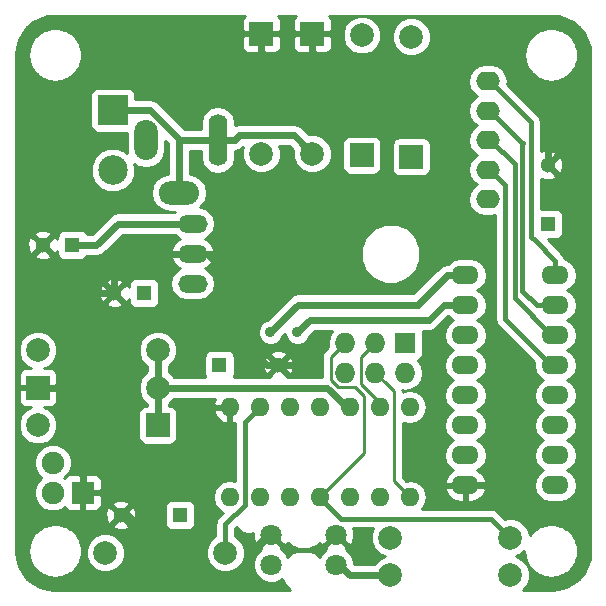
<source format=gtl>
G04 #@! TF.FileFunction,Copper,L1,Top,Signal*
%FSLAX46Y46*%
G04 Gerber Fmt 4.6, Leading zero omitted, Abs format (unit mm)*
G04 Created by KiCad (PCBNEW 4.0.2-stable) date 17/06/2016 14:35:19*
%MOMM*%
G01*
G04 APERTURE LIST*
%ADD10C,0.150000*%
%ADD11O,2.300000X1.600000*%
%ADD12O,1.600000X1.600000*%
%ADD13O,2.000000X1.600000*%
%ADD14C,1.800000*%
%ADD15R,1.300000X1.300000*%
%ADD16C,1.300000*%
%ADD17O,1.600200X4.399280*%
%ADD18O,1.998980X3.401060*%
%ADD19O,3.401060X1.998980*%
%ADD20C,1.998980*%
%ADD21R,1.998980X1.998980*%
%ADD22R,2.499360X2.499360*%
%ADD23C,2.499360*%
%ADD24R,1.727200X1.727200*%
%ADD25O,1.727200X1.727200*%
%ADD26O,2.499360X1.501140*%
%ADD27R,1.905000X1.905000*%
%ADD28C,1.905000*%
%ADD29C,0.889000*%
%ADD30C,0.609600*%
%ADD31C,0.406400*%
%ADD32C,0.254000*%
G04 APERTURE END LIST*
D10*
D11*
X218694000Y-142668000D03*
X218694000Y-145208000D03*
X218694000Y-147748000D03*
X218694000Y-150288000D03*
X218694000Y-152828000D03*
X218694000Y-155368000D03*
X218694000Y-157908000D03*
X218694000Y-160448000D03*
X226314000Y-160448000D03*
X226314000Y-157908000D03*
X226314000Y-155368000D03*
X226314000Y-152828000D03*
X226314000Y-150288000D03*
X226314000Y-147748000D03*
X226314000Y-145208000D03*
X226314000Y-142668000D03*
D12*
X198739000Y-161463000D03*
X201279000Y-161463000D03*
X203819000Y-161463000D03*
X206359000Y-161463000D03*
X208899000Y-161463000D03*
X211439000Y-161463000D03*
X213979000Y-161463000D03*
X213979000Y-153843000D03*
X211439000Y-153843000D03*
X208899000Y-153843000D03*
X206359000Y-153843000D03*
X203819000Y-153843000D03*
X201279000Y-153843000D03*
X198739000Y-153843000D03*
D13*
X220599000Y-126238000D03*
X220599000Y-128738000D03*
X220599000Y-131238000D03*
X220599000Y-133738000D03*
X220599000Y-136238000D03*
D14*
X202250000Y-167174000D03*
X202250000Y-164634000D03*
X207750000Y-164634000D03*
X207750000Y-167174000D03*
D15*
X197866000Y-150288000D03*
D16*
X202866000Y-150288000D03*
D15*
X194524000Y-162988000D03*
D16*
X189524000Y-162988000D03*
D15*
X225679000Y-138343000D03*
D16*
X225679000Y-133343000D03*
D17*
X197739000Y-131238000D03*
D18*
X191643000Y-131238000D03*
D19*
X194437000Y-135683000D03*
D20*
X201424540Y-132381000D03*
D21*
X201424540Y-122221000D03*
D20*
X205745080Y-132381000D03*
D21*
X205745080Y-122221000D03*
D20*
X209931000Y-122348000D03*
D21*
X209931000Y-132508000D03*
D20*
X214122000Y-122475000D03*
D21*
X214122000Y-132635000D03*
D20*
X182499000Y-155370540D03*
D21*
X192659000Y-155370540D03*
D20*
X192659000Y-152190460D03*
D21*
X182499000Y-152190460D03*
D22*
X188849000Y-128698000D03*
D23*
X188849000Y-133778000D03*
D24*
X213614000Y-148383000D03*
D25*
X213614000Y-150923000D03*
X211074000Y-148383000D03*
X211074000Y-150923000D03*
X208534000Y-148383000D03*
X208534000Y-150923000D03*
D20*
X198374000Y-166163000D03*
X188214000Y-166163000D03*
X222504000Y-168068000D03*
X212344000Y-168068000D03*
X192659000Y-149018000D03*
X182499000Y-149018000D03*
X222504000Y-164893000D03*
X212344000Y-164893000D03*
D26*
X195595000Y-140843000D03*
X195595000Y-138303000D03*
X195595000Y-143383000D03*
D16*
X182920000Y-140128000D03*
D15*
X185420000Y-140128000D03*
D16*
X188976000Y-144192000D03*
D15*
X191476000Y-144192000D03*
D27*
X186309000Y-161083000D03*
D28*
X183769000Y-158543000D03*
X183769000Y-161083000D03*
D29*
X198374000Y-148002000D03*
X206121000Y-150923000D03*
X202184000Y-147494000D03*
X204470000Y-147494000D03*
D30*
X186309000Y-161083000D02*
X186309000Y-153971000D01*
X186309000Y-153971000D02*
X184528460Y-152190460D01*
X182499000Y-152190460D02*
X184528460Y-152190460D01*
X184528460Y-152190460D02*
X184785000Y-152447000D01*
X184785000Y-145335000D02*
X184785000Y-144192000D01*
X184785000Y-152447000D02*
X184785000Y-145335000D01*
X218694000Y-160448000D02*
X221742000Y-160448000D01*
X228473000Y-136137000D02*
X225679000Y-133343000D01*
X228473000Y-161210000D02*
X228473000Y-136137000D01*
X226949000Y-162734000D02*
X228473000Y-161210000D01*
X224028000Y-162734000D02*
X226949000Y-162734000D01*
X221742000Y-160448000D02*
X224028000Y-162734000D01*
D31*
X202250000Y-164634000D02*
X202306000Y-164634000D01*
X202306000Y-164634000D02*
X203581000Y-165909000D01*
X206475000Y-165909000D02*
X207750000Y-164634000D01*
X203581000Y-165909000D02*
X206475000Y-165909000D01*
X198374000Y-148002000D02*
X199009000Y-147367000D01*
X198882000Y-147367000D02*
X198882000Y-147240000D01*
X199009000Y-147367000D02*
X198882000Y-147367000D01*
D30*
X202866000Y-150288000D02*
X201930000Y-150288000D01*
X201930000Y-150288000D02*
X198882000Y-147240000D01*
X198882000Y-147240000D02*
X198374000Y-146732000D01*
X198374000Y-146732000D02*
X198374000Y-146478000D01*
X198374000Y-142414000D02*
X196803000Y-140843000D01*
X198374000Y-146478000D02*
X198374000Y-142414000D01*
X196803000Y-140843000D02*
X195595000Y-140843000D01*
X184785000Y-144446000D02*
X184785000Y-141993000D01*
X184785000Y-141993000D02*
X182920000Y-140128000D01*
X184785000Y-144192000D02*
X184785000Y-144446000D01*
X184785000Y-144446000D02*
X184785000Y-144192000D01*
X202866000Y-150288000D02*
X205486000Y-150288000D01*
X205486000Y-150288000D02*
X206121000Y-150923000D01*
X188976000Y-144192000D02*
X188976000Y-142795000D01*
X190928000Y-140843000D02*
X195595000Y-140843000D01*
X188976000Y-142795000D02*
X190928000Y-140843000D01*
X188976000Y-144192000D02*
X184785000Y-144192000D01*
X205745080Y-122221000D02*
X205745080Y-124507000D01*
X205745080Y-124507000D02*
X205867000Y-124507000D01*
X225679000Y-133343000D02*
X225679000Y-127809000D01*
X201424540Y-124382540D02*
X201424540Y-122221000D01*
X201549000Y-124507000D02*
X201424540Y-124382540D01*
X222377000Y-124507000D02*
X205867000Y-124507000D01*
X205867000Y-124507000D02*
X201549000Y-124507000D01*
X225679000Y-127809000D02*
X222377000Y-124507000D01*
X202250000Y-164634000D02*
X201935000Y-164634000D01*
X201935000Y-164634000D02*
X200406000Y-166163000D01*
X200406000Y-166163000D02*
X200406000Y-167052000D01*
X200406000Y-167052000D02*
X199263000Y-168195000D01*
X199263000Y-168195000D02*
X195326000Y-168195000D01*
X195326000Y-168195000D02*
X190119000Y-162988000D01*
X190119000Y-162988000D02*
X189524000Y-162988000D01*
X208899000Y-153843000D02*
X208660000Y-153843000D01*
X208660000Y-153843000D02*
X207010000Y-152193000D01*
X207010000Y-152193000D02*
X192661540Y-152193000D01*
X192661540Y-152193000D02*
X192659000Y-152190460D01*
X192659000Y-152190460D02*
X192659000Y-155370540D01*
X192659000Y-149018000D02*
X192659000Y-152190460D01*
D32*
X207289399Y-149627601D02*
X207670401Y-149246599D01*
X209381799Y-152167601D02*
X207936591Y-152167601D01*
X207289399Y-151520409D02*
X207289399Y-149627601D01*
X207936591Y-152167601D02*
X207289399Y-151520409D01*
X207670401Y-149246599D02*
X208534000Y-148383000D01*
X206359000Y-161463000D02*
X210134210Y-157687790D01*
X210134210Y-152920012D02*
X209381799Y-152167601D01*
X210134210Y-157687790D02*
X210134210Y-152920012D01*
D31*
X222504000Y-164893000D02*
X220887799Y-163276799D01*
X220887799Y-163276799D02*
X208172799Y-163276799D01*
X208172799Y-163276799D02*
X207158999Y-162262999D01*
X207158999Y-162262999D02*
X206359000Y-161463000D01*
D32*
X213979000Y-161463000D02*
X212620001Y-160104001D01*
X212620001Y-152469001D02*
X211937599Y-151786599D01*
X211937599Y-151786599D02*
X211074000Y-150923000D01*
X212620001Y-160104001D02*
X212620001Y-152469001D01*
X211439000Y-153506365D02*
X211439000Y-153843000D01*
X211074000Y-148383000D02*
X209829399Y-149627601D01*
X209829399Y-149627601D02*
X209829399Y-151896764D01*
X209829399Y-151896764D02*
X211439000Y-153506365D01*
D30*
X218694000Y-142668000D02*
X217170000Y-142668000D01*
X204517000Y-145161000D02*
X202184000Y-147494000D01*
X214677000Y-145161000D02*
X204517000Y-145161000D01*
X217170000Y-142668000D02*
X214677000Y-145161000D01*
X218694000Y-145208000D02*
X216869000Y-145208000D01*
X216869000Y-145208000D02*
X215646000Y-146431000D01*
X215646000Y-146431000D02*
X205533000Y-146431000D01*
X205533000Y-146431000D02*
X204470000Y-147494000D01*
D31*
X215646000Y-146431000D02*
X216869000Y-145208000D01*
X198374000Y-166163000D02*
X198374000Y-163750000D01*
X200025000Y-155097000D02*
X201279000Y-153843000D01*
X200025000Y-162099000D02*
X200025000Y-155097000D01*
X198374000Y-163750000D02*
X200025000Y-162099000D01*
X226314000Y-142668000D02*
X226314000Y-141461600D01*
X226314000Y-141461600D02*
X224571799Y-139719399D01*
X224571799Y-139719399D02*
X224555399Y-139719399D01*
X224555399Y-139719399D02*
X224282000Y-139446000D01*
X224282000Y-139446000D02*
X224282000Y-129721000D01*
X224282000Y-129721000D02*
X220799000Y-126238000D01*
X220799000Y-126238000D02*
X220599000Y-126238000D01*
X222859589Y-144643589D02*
X222859589Y-133298589D01*
X220799000Y-131238000D02*
X220599000Y-131238000D01*
X225964000Y-147748000D02*
X222859589Y-144643589D01*
X222859589Y-133298589D02*
X220799000Y-131238000D01*
X226314000Y-147748000D02*
X225964000Y-147748000D01*
X226314000Y-150288000D02*
X225964000Y-150288000D01*
X225964000Y-150288000D02*
X222056210Y-146380210D01*
X222056210Y-146380210D02*
X222056210Y-134995210D01*
X222056210Y-134995210D02*
X220799000Y-133738000D01*
X220799000Y-133738000D02*
X220599000Y-133738000D01*
D30*
X207750000Y-167174000D02*
X208021000Y-167174000D01*
X208021000Y-167174000D02*
X208915000Y-168068000D01*
X208915000Y-168068000D02*
X212344000Y-168068000D01*
D31*
X223520000Y-131459000D02*
X223534000Y-131459000D01*
X223520000Y-143970400D02*
X223520000Y-131459000D01*
X223520000Y-131459000D02*
X220799000Y-128738000D01*
X220799000Y-128738000D02*
X220599000Y-128738000D01*
X226314000Y-145208000D02*
X224757600Y-145208000D01*
X224757600Y-145208000D02*
X223520000Y-143970400D01*
D30*
X185420000Y-140128000D02*
X187452000Y-140128000D01*
X189277000Y-138303000D02*
X195595000Y-138303000D01*
X187452000Y-140128000D02*
X189277000Y-138303000D01*
X197739000Y-131238000D02*
X199148700Y-131238000D01*
X199148700Y-131238000D02*
X199563991Y-130822709D01*
X199563991Y-130822709D02*
X204186789Y-130822709D01*
X204186789Y-130822709D02*
X204745591Y-131381511D01*
X204745591Y-131381511D02*
X205745080Y-132381000D01*
X194437000Y-131127192D02*
X194547808Y-131238000D01*
X194547808Y-131238000D02*
X197739000Y-131238000D01*
X188849000Y-128698000D02*
X192007808Y-128698000D01*
X192007808Y-128698000D02*
X194437000Y-131127192D01*
X194437000Y-134073910D02*
X194437000Y-135683000D01*
X194437000Y-131127192D02*
X194437000Y-134073910D01*
D31*
X194437000Y-135683000D02*
X194437000Y-134277110D01*
X197476110Y-131238000D02*
X197739000Y-131238000D01*
D32*
G36*
X199886723Y-120861812D02*
X199790050Y-121095201D01*
X199790050Y-121935250D01*
X199948800Y-122094000D01*
X201297540Y-122094000D01*
X201297540Y-122074000D01*
X201551540Y-122074000D01*
X201551540Y-122094000D01*
X202900280Y-122094000D01*
X203059030Y-121935250D01*
X203059030Y-121095201D01*
X202962357Y-120861812D01*
X202800546Y-120700000D01*
X204369074Y-120700000D01*
X204207263Y-120861812D01*
X204110590Y-121095201D01*
X204110590Y-121935250D01*
X204269340Y-122094000D01*
X205618080Y-122094000D01*
X205618080Y-122074000D01*
X205872080Y-122074000D01*
X205872080Y-122094000D01*
X207220820Y-122094000D01*
X207379570Y-121935250D01*
X207379570Y-121095201D01*
X207282897Y-120861812D01*
X207121086Y-120700000D01*
X225925346Y-120700000D01*
X226605021Y-120766948D01*
X227226306Y-120955399D01*
X227798886Y-121261429D01*
X228300696Y-121673285D01*
X228712587Y-122175122D01*
X229018571Y-122747632D01*
X229207015Y-123368929D01*
X229274000Y-124048670D01*
X229274000Y-165981323D01*
X229207015Y-166661011D01*
X229018566Y-167282330D01*
X228712582Y-167854891D01*
X228300692Y-168356692D01*
X227798888Y-168768584D01*
X227226330Y-169074566D01*
X226605011Y-169263015D01*
X225925322Y-169330000D01*
X223553334Y-169330000D01*
X223888846Y-168995073D01*
X224138206Y-168394547D01*
X224138774Y-167744306D01*
X223890462Y-167143345D01*
X223431073Y-166683154D01*
X222942568Y-166480309D01*
X223428655Y-166279462D01*
X223682847Y-166025713D01*
X223677290Y-166082057D01*
X223707990Y-166394157D01*
X223727589Y-166458796D01*
X223734217Y-166526016D01*
X223825317Y-166826215D01*
X223857089Y-166885640D01*
X223876642Y-166950129D01*
X224024442Y-167226729D01*
X224067256Y-167278912D01*
X224099072Y-167338440D01*
X224298072Y-167580940D01*
X224350306Y-167623810D01*
X224393190Y-167676035D01*
X224635690Y-167874935D01*
X224695070Y-167906653D01*
X224747101Y-167949367D01*
X225023701Y-168097267D01*
X225088375Y-168116896D01*
X225147984Y-168148743D01*
X225448184Y-168239743D01*
X225515194Y-168246330D01*
X225579627Y-168265889D01*
X225891727Y-168296689D01*
X225959000Y-168290076D01*
X226026273Y-168296689D01*
X226338373Y-168265889D01*
X226402806Y-168246330D01*
X226469816Y-168239743D01*
X226770015Y-168148743D01*
X226829624Y-168116897D01*
X226894299Y-168097267D01*
X227170899Y-167949367D01*
X227222930Y-167906653D01*
X227282310Y-167874935D01*
X227524810Y-167676035D01*
X227567747Y-167623746D01*
X227620035Y-167580810D01*
X227818935Y-167338310D01*
X227850653Y-167278930D01*
X227893367Y-167226899D01*
X228041267Y-166950299D01*
X228060896Y-166885625D01*
X228092743Y-166826016D01*
X228183743Y-166525816D01*
X228190330Y-166458806D01*
X228209889Y-166394373D01*
X228240689Y-166082273D01*
X228234076Y-166015000D01*
X228240689Y-165947727D01*
X228209889Y-165635627D01*
X228190330Y-165571194D01*
X228183743Y-165504184D01*
X228092743Y-165203984D01*
X228060896Y-165144375D01*
X228041267Y-165079701D01*
X227893367Y-164803101D01*
X227850653Y-164751070D01*
X227818935Y-164691690D01*
X227620035Y-164449190D01*
X227567810Y-164406306D01*
X227524940Y-164354072D01*
X227282440Y-164155072D01*
X227222912Y-164123256D01*
X227170729Y-164080442D01*
X226894129Y-163932642D01*
X226829640Y-163913089D01*
X226770215Y-163881317D01*
X226470016Y-163790217D01*
X226402796Y-163783589D01*
X226338157Y-163763990D01*
X226026057Y-163733290D01*
X225959000Y-163739903D01*
X225891943Y-163733290D01*
X225579843Y-163763990D01*
X225515204Y-163783589D01*
X225447984Y-163790217D01*
X225147784Y-163881317D01*
X225088358Y-163913089D01*
X225023871Y-163932642D01*
X224747271Y-164080442D01*
X224695089Y-164123255D01*
X224635559Y-164155072D01*
X224393060Y-164354072D01*
X224350242Y-164406242D01*
X224298072Y-164449060D01*
X224138709Y-164643258D01*
X224138774Y-164569306D01*
X223890462Y-163968345D01*
X223431073Y-163508154D01*
X222830547Y-163258794D01*
X222180306Y-163258226D01*
X222091368Y-163294974D01*
X221480496Y-162684102D01*
X221208565Y-162502403D01*
X220887799Y-162438599D01*
X215038608Y-162438599D01*
X215304767Y-162040264D01*
X215414000Y-161491113D01*
X215414000Y-161434887D01*
X215304767Y-160885736D01*
X215245502Y-160797039D01*
X216952096Y-160797039D01*
X216969633Y-160879819D01*
X217239500Y-161372896D01*
X217677517Y-161725166D01*
X218217000Y-161883000D01*
X218567000Y-161883000D01*
X218567000Y-160575000D01*
X218821000Y-160575000D01*
X218821000Y-161883000D01*
X219171000Y-161883000D01*
X219710483Y-161725166D01*
X220148500Y-161372896D01*
X220418367Y-160879819D01*
X220435904Y-160797039D01*
X220313915Y-160575000D01*
X218821000Y-160575000D01*
X218567000Y-160575000D01*
X217074085Y-160575000D01*
X216952096Y-160797039D01*
X215245502Y-160797039D01*
X214993698Y-160420189D01*
X214528151Y-160109120D01*
X213979000Y-159999887D01*
X213657473Y-160063843D01*
X213382001Y-159788371D01*
X213382001Y-155164909D01*
X213429849Y-155196880D01*
X213979000Y-155306113D01*
X214528151Y-155196880D01*
X214993698Y-154885811D01*
X215304767Y-154420264D01*
X215414000Y-153871113D01*
X215414000Y-153814887D01*
X215304767Y-153265736D01*
X214993698Y-152800189D01*
X214528151Y-152489120D01*
X213979000Y-152379887D01*
X213429849Y-152489120D01*
X213382001Y-152521091D01*
X213382001Y-152469001D01*
X213368707Y-152402167D01*
X213614000Y-152450959D01*
X214187489Y-152336885D01*
X214673670Y-152012029D01*
X214998526Y-151525848D01*
X215112600Y-150952359D01*
X215112600Y-150893641D01*
X214998526Y-150320152D01*
X214687426Y-149854558D01*
X214712917Y-149849762D01*
X214929041Y-149710690D01*
X215074031Y-149498490D01*
X215125040Y-149246600D01*
X215125040Y-147519400D01*
X215097079Y-147370800D01*
X215646000Y-147370800D01*
X216005646Y-147299262D01*
X216310539Y-147095539D01*
X217249891Y-146156187D01*
X217294332Y-146222698D01*
X217676418Y-146478000D01*
X217294332Y-146733302D01*
X216983263Y-147198849D01*
X216874030Y-147748000D01*
X216983263Y-148297151D01*
X217294332Y-148762698D01*
X217676418Y-149018000D01*
X217294332Y-149273302D01*
X216983263Y-149738849D01*
X216874030Y-150288000D01*
X216983263Y-150837151D01*
X217294332Y-151302698D01*
X217676418Y-151558000D01*
X217294332Y-151813302D01*
X216983263Y-152278849D01*
X216874030Y-152828000D01*
X216983263Y-153377151D01*
X217294332Y-153842698D01*
X217676418Y-154098000D01*
X217294332Y-154353302D01*
X216983263Y-154818849D01*
X216874030Y-155368000D01*
X216983263Y-155917151D01*
X217294332Y-156382698D01*
X217676418Y-156638000D01*
X217294332Y-156893302D01*
X216983263Y-157358849D01*
X216874030Y-157908000D01*
X216983263Y-158457151D01*
X217294332Y-158922698D01*
X217672151Y-159175149D01*
X217239500Y-159523104D01*
X216969633Y-160016181D01*
X216952096Y-160098961D01*
X217074085Y-160321000D01*
X218567000Y-160321000D01*
X218567000Y-160301000D01*
X218821000Y-160301000D01*
X218821000Y-160321000D01*
X220313915Y-160321000D01*
X220435904Y-160098961D01*
X220418367Y-160016181D01*
X220148500Y-159523104D01*
X219715849Y-159175149D01*
X220093668Y-158922698D01*
X220404737Y-158457151D01*
X220513970Y-157908000D01*
X220404737Y-157358849D01*
X220093668Y-156893302D01*
X219711582Y-156638000D01*
X220093668Y-156382698D01*
X220404737Y-155917151D01*
X220513970Y-155368000D01*
X220404737Y-154818849D01*
X220093668Y-154353302D01*
X219711582Y-154098000D01*
X220093668Y-153842698D01*
X220404737Y-153377151D01*
X220513970Y-152828000D01*
X220404737Y-152278849D01*
X220093668Y-151813302D01*
X219711582Y-151558000D01*
X220093668Y-151302698D01*
X220404737Y-150837151D01*
X220513970Y-150288000D01*
X220404737Y-149738849D01*
X220093668Y-149273302D01*
X219711582Y-149018000D01*
X220093668Y-148762698D01*
X220404737Y-148297151D01*
X220513970Y-147748000D01*
X220404737Y-147198849D01*
X220093668Y-146733302D01*
X219711582Y-146478000D01*
X220093668Y-146222698D01*
X220404737Y-145757151D01*
X220513970Y-145208000D01*
X220404737Y-144658849D01*
X220093668Y-144193302D01*
X219711582Y-143938000D01*
X220093668Y-143682698D01*
X220404737Y-143217151D01*
X220513970Y-142668000D01*
X220404737Y-142118849D01*
X220093668Y-141653302D01*
X219628121Y-141342233D01*
X219078970Y-141233000D01*
X218309030Y-141233000D01*
X217759879Y-141342233D01*
X217294332Y-141653302D01*
X217244287Y-141728200D01*
X217170000Y-141728200D01*
X216810354Y-141799738D01*
X216505461Y-142003461D01*
X214287722Y-144221200D01*
X204517000Y-144221200D01*
X204157354Y-144292738D01*
X203852461Y-144496461D01*
X201909537Y-146439385D01*
X201573311Y-146578311D01*
X201269378Y-146881714D01*
X201104687Y-147278332D01*
X201104313Y-147707784D01*
X201268311Y-148104689D01*
X201571714Y-148408622D01*
X201968332Y-148573313D01*
X202397784Y-148573687D01*
X202794689Y-148409689D01*
X203098622Y-148106286D01*
X203239101Y-147767977D01*
X203390392Y-147616686D01*
X203390313Y-147707784D01*
X203554311Y-148104689D01*
X203857714Y-148408622D01*
X204254332Y-148573313D01*
X204683784Y-148573687D01*
X205080689Y-148409689D01*
X205384622Y-148106286D01*
X205525101Y-147767977D01*
X205922278Y-147370800D01*
X207422994Y-147370800D01*
X207149474Y-147780152D01*
X207035400Y-148353641D01*
X207035400Y-148412359D01*
X207100372Y-148738997D01*
X206750584Y-149088786D01*
X206585403Y-149335996D01*
X206527399Y-149627601D01*
X206527399Y-151253200D01*
X203569429Y-151253200D01*
X203585410Y-151187016D01*
X202866000Y-150467605D01*
X202146590Y-151187016D01*
X202162571Y-151253200D01*
X199069173Y-151253200D01*
X199112431Y-151189890D01*
X199163440Y-150938000D01*
X199163440Y-150107078D01*
X201568378Y-150107078D01*
X201597917Y-150617428D01*
X201736389Y-150951729D01*
X201966984Y-151007410D01*
X202686395Y-150288000D01*
X203045605Y-150288000D01*
X203765016Y-151007410D01*
X203995611Y-150951729D01*
X204163622Y-150468922D01*
X204134083Y-149958572D01*
X203995611Y-149624271D01*
X203765016Y-149568590D01*
X203045605Y-150288000D01*
X202686395Y-150288000D01*
X201966984Y-149568590D01*
X201736389Y-149624271D01*
X201568378Y-150107078D01*
X199163440Y-150107078D01*
X199163440Y-149638000D01*
X199119162Y-149402683D01*
X199110347Y-149388984D01*
X202146590Y-149388984D01*
X202866000Y-150108395D01*
X203585410Y-149388984D01*
X203529729Y-149158389D01*
X203046922Y-148990378D01*
X202536572Y-149019917D01*
X202202271Y-149158389D01*
X202146590Y-149388984D01*
X199110347Y-149388984D01*
X198980090Y-149186559D01*
X198767890Y-149041569D01*
X198516000Y-148990560D01*
X197216000Y-148990560D01*
X196980683Y-149034838D01*
X196764559Y-149173910D01*
X196619569Y-149386110D01*
X196568560Y-149638000D01*
X196568560Y-150938000D01*
X196612838Y-151173317D01*
X196664241Y-151253200D01*
X194032879Y-151253200D01*
X193598800Y-150818363D01*
X193598800Y-150389343D01*
X194043846Y-149945073D01*
X194293206Y-149344547D01*
X194293774Y-148694306D01*
X194045462Y-148093345D01*
X193586073Y-147633154D01*
X192985547Y-147383794D01*
X192335306Y-147383226D01*
X191734345Y-147631538D01*
X191274154Y-148090927D01*
X191024794Y-148691453D01*
X191024226Y-149341694D01*
X191272538Y-149942655D01*
X191719200Y-150390097D01*
X191719200Y-150819117D01*
X191274154Y-151263387D01*
X191024794Y-151863913D01*
X191024226Y-152514154D01*
X191272538Y-153115115D01*
X191719200Y-153562557D01*
X191719200Y-153723610D01*
X191659510Y-153723610D01*
X191424193Y-153767888D01*
X191208069Y-153906960D01*
X191063079Y-154119160D01*
X191012070Y-154371050D01*
X191012070Y-156370030D01*
X191056348Y-156605347D01*
X191195420Y-156821471D01*
X191407620Y-156966461D01*
X191659510Y-157017470D01*
X193658490Y-157017470D01*
X193893807Y-156973192D01*
X194109931Y-156834120D01*
X194254921Y-156621920D01*
X194305930Y-156370030D01*
X194305930Y-154371050D01*
X194272248Y-154192041D01*
X197347086Y-154192041D01*
X197586611Y-154698134D01*
X198001577Y-155074041D01*
X198389961Y-155234904D01*
X198612000Y-155112915D01*
X198612000Y-153970000D01*
X197468371Y-153970000D01*
X197347086Y-154192041D01*
X194272248Y-154192041D01*
X194261652Y-154135733D01*
X194122580Y-153919609D01*
X193910380Y-153774619D01*
X193658490Y-153723610D01*
X193598800Y-153723610D01*
X193598800Y-153561803D01*
X194028552Y-153132800D01*
X197518016Y-153132800D01*
X197347086Y-153493959D01*
X197468371Y-153716000D01*
X198612000Y-153716000D01*
X198612000Y-153696000D01*
X198866000Y-153696000D01*
X198866000Y-153716000D01*
X198886000Y-153716000D01*
X198886000Y-153970000D01*
X198866000Y-153970000D01*
X198866000Y-155112915D01*
X199088039Y-155234904D01*
X199186800Y-155193999D01*
X199186800Y-160088960D01*
X198739000Y-159999887D01*
X198189849Y-160109120D01*
X197724302Y-160420189D01*
X197413233Y-160885736D01*
X197304000Y-161434887D01*
X197304000Y-161491113D01*
X197413233Y-162040264D01*
X197724302Y-162505811D01*
X198149012Y-162789594D01*
X197781303Y-163157303D01*
X197599604Y-163429234D01*
X197549573Y-163680756D01*
X197535800Y-163750000D01*
X197535800Y-164740816D01*
X197449345Y-164776538D01*
X196989154Y-165235927D01*
X196739794Y-165836453D01*
X196739226Y-166486694D01*
X196987538Y-167087655D01*
X197446927Y-167547846D01*
X198047453Y-167797206D01*
X198697694Y-167797774D01*
X199298655Y-167549462D01*
X199758846Y-167090073D01*
X200008206Y-166489547D01*
X200008774Y-165839306D01*
X199760462Y-165238345D01*
X199301073Y-164778154D01*
X199212200Y-164741251D01*
X199212200Y-164097194D01*
X199336380Y-163973014D01*
X199387233Y-164096086D01*
X199706235Y-164415645D01*
X200123244Y-164588803D01*
X200574775Y-164589197D01*
X200709430Y-164533559D01*
X200729161Y-165003460D01*
X200913357Y-165448148D01*
X201169841Y-165534554D01*
X202070395Y-164634000D01*
X202056253Y-164619858D01*
X202235858Y-164440253D01*
X202250000Y-164454395D01*
X202264143Y-164440253D01*
X202443748Y-164619858D01*
X202429605Y-164634000D01*
X203330159Y-165534554D01*
X203586643Y-165448148D01*
X203638009Y-165307751D01*
X203930839Y-165601093D01*
X204623405Y-165888672D01*
X205373305Y-165889326D01*
X206066372Y-165602957D01*
X206357218Y-165312618D01*
X206413357Y-165448148D01*
X206669841Y-165534554D01*
X207570395Y-164634000D01*
X207556253Y-164619858D01*
X207735858Y-164440253D01*
X207750000Y-164454395D01*
X207764143Y-164440253D01*
X207943748Y-164619858D01*
X207929605Y-164634000D01*
X208830159Y-165534554D01*
X209086643Y-165448148D01*
X209296458Y-164874664D01*
X209270839Y-164264540D01*
X209208897Y-164114999D01*
X210897254Y-164114999D01*
X210709794Y-164566453D01*
X210709226Y-165216694D01*
X210957538Y-165817655D01*
X211416927Y-166277846D01*
X211905432Y-166480691D01*
X211419345Y-166681538D01*
X210971903Y-167128200D01*
X209304278Y-167128200D01*
X209285057Y-167108979D01*
X209285265Y-166870009D01*
X209052068Y-166305629D01*
X208620643Y-165873449D01*
X208599806Y-165864797D01*
X208650554Y-165714159D01*
X207750000Y-164813605D01*
X206849446Y-165714159D01*
X206900035Y-165864327D01*
X206881629Y-165871932D01*
X206449449Y-166303357D01*
X206366018Y-166504282D01*
X206069161Y-166206907D01*
X205376595Y-165919328D01*
X204626695Y-165918674D01*
X203933628Y-166205043D01*
X203634067Y-166504082D01*
X203552068Y-166305629D01*
X203120643Y-165873449D01*
X203099806Y-165864797D01*
X203150554Y-165714159D01*
X202250000Y-164813605D01*
X201349446Y-165714159D01*
X201400035Y-165864327D01*
X201381629Y-165871932D01*
X200949449Y-166303357D01*
X200715267Y-166867330D01*
X200714735Y-167477991D01*
X200947932Y-168042371D01*
X201379357Y-168474551D01*
X201943330Y-168708733D01*
X202553991Y-168709265D01*
X203118371Y-168476068D01*
X203203151Y-168391436D01*
X203401043Y-168870372D01*
X203859870Y-169330000D01*
X183992670Y-169330000D01*
X183312929Y-169263015D01*
X182691632Y-169074571D01*
X182119122Y-168768587D01*
X181617285Y-168356696D01*
X181205429Y-167854886D01*
X180899399Y-167282306D01*
X180710948Y-166661021D01*
X180644000Y-165981346D01*
X180644000Y-165947835D01*
X181677291Y-165947835D01*
X181683904Y-166015000D01*
X181677291Y-166082165D01*
X181708041Y-166394265D01*
X181727620Y-166458800D01*
X181734227Y-166525916D01*
X181825277Y-166826116D01*
X181857092Y-166885643D01*
X181876687Y-166950231D01*
X182024547Y-167226831D01*
X182067317Y-167278942D01*
X182099090Y-167338401D01*
X182298060Y-167580901D01*
X182350288Y-167623773D01*
X182393167Y-167676000D01*
X182635627Y-167874900D01*
X182695037Y-167906640D01*
X182747099Y-167949377D01*
X183023720Y-168097277D01*
X183088369Y-168116897D01*
X183147954Y-168148734D01*
X183448104Y-168239734D01*
X183515134Y-168246326D01*
X183579587Y-168265890D01*
X183891737Y-168296690D01*
X183959005Y-168290077D01*
X184026267Y-168296689D01*
X184338397Y-168265889D01*
X184402843Y-168246327D01*
X184469870Y-168239736D01*
X184770030Y-168148736D01*
X184829623Y-168116895D01*
X184894280Y-168097272D01*
X185170890Y-167949372D01*
X185222947Y-167906638D01*
X185282353Y-167874900D01*
X185524813Y-167676000D01*
X185567688Y-167623778D01*
X185619909Y-167580914D01*
X185818889Y-167338414D01*
X185850667Y-167278949D01*
X185893443Y-167226831D01*
X186041303Y-166950231D01*
X186060901Y-166885633D01*
X186092719Y-166826096D01*
X186183759Y-166525896D01*
X186187616Y-166486694D01*
X186579226Y-166486694D01*
X186827538Y-167087655D01*
X187286927Y-167547846D01*
X187887453Y-167797206D01*
X188537694Y-167797774D01*
X189138655Y-167549462D01*
X189598846Y-167090073D01*
X189848206Y-166489547D01*
X189848774Y-165839306D01*
X189600462Y-165238345D01*
X189141073Y-164778154D01*
X188540547Y-164528794D01*
X187890306Y-164528226D01*
X187289345Y-164776538D01*
X186829154Y-165235927D01*
X186579794Y-165836453D01*
X186579226Y-166486694D01*
X186187616Y-166486694D01*
X186190363Y-166458790D01*
X186209939Y-166394265D01*
X186240689Y-166082165D01*
X186234076Y-166015000D01*
X186240689Y-165947835D01*
X186209939Y-165635735D01*
X186190363Y-165571210D01*
X186183759Y-165504104D01*
X186092719Y-165203904D01*
X186060901Y-165144367D01*
X186041303Y-165079769D01*
X185893443Y-164803169D01*
X185850667Y-164751051D01*
X185818889Y-164691586D01*
X185619909Y-164449086D01*
X185567751Y-164406274D01*
X185524943Y-164354107D01*
X185282483Y-164155107D01*
X185222926Y-164123270D01*
X185170720Y-164080438D01*
X184894110Y-163932638D01*
X184829640Y-163913091D01*
X184780874Y-163887016D01*
X188804590Y-163887016D01*
X188860271Y-164117611D01*
X189343078Y-164285622D01*
X189853428Y-164256083D01*
X190187729Y-164117611D01*
X190243410Y-163887016D01*
X189524000Y-163167605D01*
X188804590Y-163887016D01*
X184780874Y-163887016D01*
X184770230Y-163881325D01*
X184470070Y-163790225D01*
X184402834Y-163783593D01*
X184338176Y-163763989D01*
X184026026Y-163733289D01*
X183958975Y-163739903D01*
X183891929Y-163733290D01*
X183579799Y-163763989D01*
X183515141Y-163783594D01*
X183447904Y-163790226D01*
X183147754Y-163881327D01*
X183088355Y-163913088D01*
X183023890Y-163932632D01*
X182747269Y-164080433D01*
X182695055Y-164123270D01*
X182635497Y-164155108D01*
X182393037Y-164354107D01*
X182350225Y-164406279D01*
X182298060Y-164449099D01*
X182099090Y-164691599D01*
X182067317Y-164751058D01*
X182024547Y-164803169D01*
X181876687Y-165079769D01*
X181857092Y-165144357D01*
X181825277Y-165203884D01*
X181734227Y-165504084D01*
X181727620Y-165571200D01*
X181708041Y-165635735D01*
X181677291Y-165947835D01*
X180644000Y-165947835D01*
X180644000Y-162807078D01*
X188226378Y-162807078D01*
X188255917Y-163317428D01*
X188394389Y-163651729D01*
X188624984Y-163707410D01*
X189344395Y-162988000D01*
X189703605Y-162988000D01*
X190423016Y-163707410D01*
X190653611Y-163651729D01*
X190821622Y-163168922D01*
X190792083Y-162658572D01*
X190659298Y-162338000D01*
X193226560Y-162338000D01*
X193226560Y-163638000D01*
X193270838Y-163873317D01*
X193409910Y-164089441D01*
X193622110Y-164234431D01*
X193874000Y-164285440D01*
X195174000Y-164285440D01*
X195409317Y-164241162D01*
X195625441Y-164102090D01*
X195770431Y-163889890D01*
X195821440Y-163638000D01*
X195821440Y-162338000D01*
X195777162Y-162102683D01*
X195638090Y-161886559D01*
X195425890Y-161741569D01*
X195174000Y-161690560D01*
X193874000Y-161690560D01*
X193638683Y-161734838D01*
X193422559Y-161873910D01*
X193277569Y-162086110D01*
X193226560Y-162338000D01*
X190659298Y-162338000D01*
X190653611Y-162324271D01*
X190423016Y-162268590D01*
X189703605Y-162988000D01*
X189344395Y-162988000D01*
X188624984Y-162268590D01*
X188394389Y-162324271D01*
X188226378Y-162807078D01*
X180644000Y-162807078D01*
X180644000Y-158857388D01*
X182181225Y-158857388D01*
X182422398Y-159441072D01*
X182793935Y-159813257D01*
X182423968Y-160182579D01*
X182181776Y-160765841D01*
X182181225Y-161397388D01*
X182422398Y-161981072D01*
X182868579Y-162428032D01*
X183451841Y-162670224D01*
X184083388Y-162670775D01*
X184667072Y-162429602D01*
X184784053Y-162312825D01*
X184818173Y-162395198D01*
X184996801Y-162573827D01*
X185230190Y-162670500D01*
X186023250Y-162670500D01*
X186182000Y-162511750D01*
X186182000Y-161210000D01*
X186436000Y-161210000D01*
X186436000Y-162511750D01*
X186594750Y-162670500D01*
X187387810Y-162670500D01*
X187621199Y-162573827D01*
X187799827Y-162395198D01*
X187896500Y-162161809D01*
X187896500Y-162088984D01*
X188804590Y-162088984D01*
X189524000Y-162808395D01*
X190243410Y-162088984D01*
X190187729Y-161858389D01*
X189704922Y-161690378D01*
X189194572Y-161719917D01*
X188860271Y-161858389D01*
X188804590Y-162088984D01*
X187896500Y-162088984D01*
X187896500Y-161368750D01*
X187737750Y-161210000D01*
X186436000Y-161210000D01*
X186182000Y-161210000D01*
X186162000Y-161210000D01*
X186162000Y-160956000D01*
X186182000Y-160956000D01*
X186182000Y-159654250D01*
X186436000Y-159654250D01*
X186436000Y-160956000D01*
X187737750Y-160956000D01*
X187896500Y-160797250D01*
X187896500Y-160004191D01*
X187799827Y-159770802D01*
X187621199Y-159592173D01*
X187387810Y-159495500D01*
X186594750Y-159495500D01*
X186436000Y-159654250D01*
X186182000Y-159654250D01*
X186023250Y-159495500D01*
X185230190Y-159495500D01*
X184996801Y-159592173D01*
X184818173Y-159770802D01*
X184784163Y-159852910D01*
X184744065Y-159812743D01*
X185114032Y-159443421D01*
X185356224Y-158860159D01*
X185356775Y-158228612D01*
X185115602Y-157644928D01*
X184669421Y-157197968D01*
X184086159Y-156955776D01*
X183454612Y-156955225D01*
X182870928Y-157196398D01*
X182423968Y-157642579D01*
X182181776Y-158225841D01*
X182181225Y-158857388D01*
X180644000Y-158857388D01*
X180644000Y-155694234D01*
X180864226Y-155694234D01*
X181112538Y-156295195D01*
X181571927Y-156755386D01*
X182172453Y-157004746D01*
X182822694Y-157005314D01*
X183423655Y-156757002D01*
X183883846Y-156297613D01*
X184133206Y-155697087D01*
X184133774Y-155046846D01*
X183885462Y-154445885D01*
X183426073Y-153985694D01*
X183038958Y-153824950D01*
X183624799Y-153824950D01*
X183858188Y-153728277D01*
X184036817Y-153549649D01*
X184133490Y-153316260D01*
X184133490Y-152476210D01*
X183974740Y-152317460D01*
X182626000Y-152317460D01*
X182626000Y-152337460D01*
X182372000Y-152337460D01*
X182372000Y-152317460D01*
X181023260Y-152317460D01*
X180864510Y-152476210D01*
X180864510Y-153316260D01*
X180961183Y-153549649D01*
X181139812Y-153728277D01*
X181373201Y-153824950D01*
X181959464Y-153824950D01*
X181574345Y-153984078D01*
X181114154Y-154443467D01*
X180864794Y-155043993D01*
X180864226Y-155694234D01*
X180644000Y-155694234D01*
X180644000Y-149341694D01*
X180864226Y-149341694D01*
X181112538Y-149942655D01*
X181571927Y-150402846D01*
X181940691Y-150555970D01*
X181373201Y-150555970D01*
X181139812Y-150652643D01*
X180961183Y-150831271D01*
X180864510Y-151064660D01*
X180864510Y-151904710D01*
X181023260Y-152063460D01*
X182372000Y-152063460D01*
X182372000Y-152043460D01*
X182626000Y-152043460D01*
X182626000Y-152063460D01*
X183974740Y-152063460D01*
X184133490Y-151904710D01*
X184133490Y-151064660D01*
X184036817Y-150831271D01*
X183858188Y-150652643D01*
X183624799Y-150555970D01*
X183056978Y-150555970D01*
X183423655Y-150404462D01*
X183883846Y-149945073D01*
X184133206Y-149344547D01*
X184133774Y-148694306D01*
X183885462Y-148093345D01*
X183426073Y-147633154D01*
X182825547Y-147383794D01*
X182175306Y-147383226D01*
X181574345Y-147631538D01*
X181114154Y-148090927D01*
X180864794Y-148691453D01*
X180864226Y-149341694D01*
X180644000Y-149341694D01*
X180644000Y-145091016D01*
X188256590Y-145091016D01*
X188312271Y-145321611D01*
X188795078Y-145489622D01*
X189305428Y-145460083D01*
X189639729Y-145321611D01*
X189695410Y-145091016D01*
X188976000Y-144371605D01*
X188256590Y-145091016D01*
X180644000Y-145091016D01*
X180644000Y-144011078D01*
X187678378Y-144011078D01*
X187707917Y-144521428D01*
X187846389Y-144855729D01*
X188076984Y-144911410D01*
X188796395Y-144192000D01*
X189155605Y-144192000D01*
X189875016Y-144911410D01*
X190105611Y-144855729D01*
X190178560Y-144646098D01*
X190178560Y-144842000D01*
X190222838Y-145077317D01*
X190361910Y-145293441D01*
X190574110Y-145438431D01*
X190826000Y-145489440D01*
X192126000Y-145489440D01*
X192361317Y-145445162D01*
X192577441Y-145306090D01*
X192722431Y-145093890D01*
X192773440Y-144842000D01*
X192773440Y-143542000D01*
X192743523Y-143383000D01*
X193673397Y-143383000D01*
X193778867Y-143913235D01*
X194079221Y-144362746D01*
X194528732Y-144663100D01*
X195058967Y-144768570D01*
X196131033Y-144768570D01*
X196661268Y-144663100D01*
X197110779Y-144362746D01*
X197411133Y-143913235D01*
X197516603Y-143383000D01*
X197411133Y-142852765D01*
X197110779Y-142403254D01*
X196661268Y-142102900D01*
X196651968Y-142101050D01*
X196741677Y-142074499D01*
X197163658Y-141732944D01*
X197374400Y-141345015D01*
X209823641Y-141345015D01*
X210208746Y-142277041D01*
X210921208Y-142990748D01*
X211852561Y-143377479D01*
X212861015Y-143378359D01*
X213793041Y-142993254D01*
X214506748Y-142280792D01*
X214893479Y-141349439D01*
X214894359Y-140340985D01*
X214509254Y-139408959D01*
X213796792Y-138695252D01*
X212865439Y-138308521D01*
X211856985Y-138307641D01*
X210924959Y-138692746D01*
X210211252Y-139405208D01*
X209824521Y-140336561D01*
X209823641Y-141345015D01*
X197374400Y-141345015D01*
X197422810Y-141255903D01*
X197436993Y-141184275D01*
X197314339Y-140970000D01*
X195722000Y-140970000D01*
X195722000Y-140990000D01*
X195468000Y-140990000D01*
X195468000Y-140970000D01*
X193875661Y-140970000D01*
X193753007Y-141184275D01*
X193767190Y-141255903D01*
X194026342Y-141732944D01*
X194448323Y-142074499D01*
X194538032Y-142101050D01*
X194528732Y-142102900D01*
X194079221Y-142403254D01*
X193778867Y-142852765D01*
X193673397Y-143383000D01*
X192743523Y-143383000D01*
X192729162Y-143306683D01*
X192590090Y-143090559D01*
X192377890Y-142945569D01*
X192126000Y-142894560D01*
X190826000Y-142894560D01*
X190590683Y-142938838D01*
X190374559Y-143077910D01*
X190229569Y-143290110D01*
X190178560Y-143542000D01*
X190178560Y-143704385D01*
X190105611Y-143528271D01*
X189875016Y-143472590D01*
X189155605Y-144192000D01*
X188796395Y-144192000D01*
X188076984Y-143472590D01*
X187846389Y-143528271D01*
X187678378Y-144011078D01*
X180644000Y-144011078D01*
X180644000Y-143292984D01*
X188256590Y-143292984D01*
X188976000Y-144012395D01*
X189695410Y-143292984D01*
X189639729Y-143062389D01*
X189156922Y-142894378D01*
X188646572Y-142923917D01*
X188312271Y-143062389D01*
X188256590Y-143292984D01*
X180644000Y-143292984D01*
X180644000Y-141027016D01*
X182200590Y-141027016D01*
X182256271Y-141257611D01*
X182739078Y-141425622D01*
X183249428Y-141396083D01*
X183583729Y-141257611D01*
X183639410Y-141027016D01*
X182920000Y-140307605D01*
X182200590Y-141027016D01*
X180644000Y-141027016D01*
X180644000Y-139947078D01*
X181622378Y-139947078D01*
X181651917Y-140457428D01*
X181790389Y-140791729D01*
X182020984Y-140847410D01*
X182740395Y-140128000D01*
X183099605Y-140128000D01*
X183819016Y-140847410D01*
X184049611Y-140791729D01*
X184122560Y-140582098D01*
X184122560Y-140778000D01*
X184166838Y-141013317D01*
X184305910Y-141229441D01*
X184518110Y-141374431D01*
X184770000Y-141425440D01*
X186070000Y-141425440D01*
X186305317Y-141381162D01*
X186521441Y-141242090D01*
X186640528Y-141067800D01*
X187452000Y-141067800D01*
X187811646Y-140996262D01*
X188116539Y-140792539D01*
X189666278Y-139242800D01*
X194052530Y-139242800D01*
X194079221Y-139282746D01*
X194528732Y-139583100D01*
X194538032Y-139584950D01*
X194448323Y-139611501D01*
X194026342Y-139953056D01*
X193767190Y-140430097D01*
X193753007Y-140501725D01*
X193875661Y-140716000D01*
X195468000Y-140716000D01*
X195468000Y-140696000D01*
X195722000Y-140696000D01*
X195722000Y-140716000D01*
X197314339Y-140716000D01*
X197436993Y-140501725D01*
X197422810Y-140430097D01*
X197163658Y-139953056D01*
X196741677Y-139611501D01*
X196651968Y-139584950D01*
X196661268Y-139583100D01*
X197110779Y-139282746D01*
X197411133Y-138833235D01*
X197516603Y-138303000D01*
X197411133Y-137772765D01*
X197110779Y-137323254D01*
X196661268Y-137022900D01*
X196200990Y-136931345D01*
X196339555Y-136838759D01*
X196693868Y-136308492D01*
X196818286Y-135683000D01*
X196693868Y-135057508D01*
X196339555Y-134527241D01*
X195809288Y-134172928D01*
X195376800Y-134086901D01*
X195376800Y-132177800D01*
X196303900Y-132177800D01*
X196303900Y-132693074D01*
X196413140Y-133242263D01*
X196724231Y-133707843D01*
X197189811Y-134018934D01*
X197739000Y-134128174D01*
X198288189Y-134018934D01*
X198753769Y-133707843D01*
X199064860Y-133242263D01*
X199174100Y-132693074D01*
X199174100Y-132172748D01*
X199508346Y-132106262D01*
X199813239Y-131902539D01*
X199881942Y-131833836D01*
X199790334Y-132054453D01*
X199789766Y-132704694D01*
X200038078Y-133305655D01*
X200497467Y-133765846D01*
X201097993Y-134015206D01*
X201748234Y-134015774D01*
X202349195Y-133767462D01*
X202809386Y-133308073D01*
X203058746Y-132707547D01*
X203059314Y-132057306D01*
X202937506Y-131762509D01*
X203797511Y-131762509D01*
X204110855Y-132075853D01*
X204110306Y-132704694D01*
X204358618Y-133305655D01*
X204818007Y-133765846D01*
X205418533Y-134015206D01*
X206068774Y-134015774D01*
X206669735Y-133767462D01*
X207129926Y-133308073D01*
X207379286Y-132707547D01*
X207379854Y-132057306D01*
X207153097Y-131508510D01*
X208284070Y-131508510D01*
X208284070Y-133507490D01*
X208328348Y-133742807D01*
X208467420Y-133958931D01*
X208679620Y-134103921D01*
X208931510Y-134154930D01*
X210930490Y-134154930D01*
X211165807Y-134110652D01*
X211381931Y-133971580D01*
X211526921Y-133759380D01*
X211577930Y-133507490D01*
X211577930Y-131635510D01*
X212475070Y-131635510D01*
X212475070Y-133634490D01*
X212519348Y-133869807D01*
X212658420Y-134085931D01*
X212870620Y-134230921D01*
X213122510Y-134281930D01*
X215121490Y-134281930D01*
X215356807Y-134237652D01*
X215572931Y-134098580D01*
X215717921Y-133886380D01*
X215768930Y-133634490D01*
X215768930Y-131635510D01*
X215724652Y-131400193D01*
X215585580Y-131184069D01*
X215373380Y-131039079D01*
X215121490Y-130988070D01*
X213122510Y-130988070D01*
X212887193Y-131032348D01*
X212671069Y-131171420D01*
X212526079Y-131383620D01*
X212475070Y-131635510D01*
X211577930Y-131635510D01*
X211577930Y-131508510D01*
X211533652Y-131273193D01*
X211394580Y-131057069D01*
X211182380Y-130912079D01*
X210930490Y-130861070D01*
X208931510Y-130861070D01*
X208696193Y-130905348D01*
X208480069Y-131044420D01*
X208335079Y-131256620D01*
X208284070Y-131508510D01*
X207153097Y-131508510D01*
X207131542Y-131456345D01*
X206672153Y-130996154D01*
X206071627Y-130746794D01*
X205439400Y-130746242D01*
X204851328Y-130158170D01*
X204546435Y-129954447D01*
X204186789Y-129882909D01*
X199563991Y-129882909D01*
X199204345Y-129954447D01*
X199174100Y-129974656D01*
X199174100Y-129782926D01*
X199064860Y-129233737D01*
X198753769Y-128768157D01*
X198288189Y-128457066D01*
X197739000Y-128347826D01*
X197189811Y-128457066D01*
X196724231Y-128768157D01*
X196413140Y-129233737D01*
X196303900Y-129782926D01*
X196303900Y-130298200D01*
X194937086Y-130298200D01*
X192672347Y-128033461D01*
X192367454Y-127829738D01*
X192007808Y-127758200D01*
X190746120Y-127758200D01*
X190746120Y-127448320D01*
X190701842Y-127213003D01*
X190562770Y-126996879D01*
X190350570Y-126851889D01*
X190098680Y-126800880D01*
X187599320Y-126800880D01*
X187364003Y-126845158D01*
X187147879Y-126984230D01*
X187002889Y-127196430D01*
X186951880Y-127448320D01*
X186951880Y-129947680D01*
X186996158Y-130182997D01*
X187135230Y-130399121D01*
X187347430Y-130544111D01*
X187599320Y-130595120D01*
X190008510Y-130595120D01*
X190008510Y-131984796D01*
X190079821Y-132343303D01*
X189917979Y-132181178D01*
X189225531Y-131893648D01*
X188475759Y-131892994D01*
X187782809Y-132179314D01*
X187252178Y-132709021D01*
X186964648Y-133401469D01*
X186963994Y-134151241D01*
X187250314Y-134844191D01*
X187780021Y-135374822D01*
X188472469Y-135662352D01*
X189222241Y-135663006D01*
X189915191Y-135376686D01*
X190445822Y-134846979D01*
X190733352Y-134154531D01*
X190734006Y-133404759D01*
X190677316Y-133267559D01*
X191017508Y-133494868D01*
X191643000Y-133619286D01*
X192268492Y-133494868D01*
X192798759Y-133140555D01*
X193153072Y-132610288D01*
X193277490Y-131984796D01*
X193277490Y-131296760D01*
X193497200Y-131516470D01*
X193497200Y-134086901D01*
X193064712Y-134172928D01*
X192534445Y-134527241D01*
X192180132Y-135057508D01*
X192055714Y-135683000D01*
X192180132Y-136308492D01*
X192534445Y-136838759D01*
X193064712Y-137193072D01*
X193690204Y-137317490D01*
X194087847Y-137317490D01*
X194079221Y-137323254D01*
X194052530Y-137363200D01*
X189277000Y-137363200D01*
X188917354Y-137434738D01*
X188612461Y-137638461D01*
X187062722Y-139188200D01*
X186638103Y-139188200D01*
X186534090Y-139026559D01*
X186321890Y-138881569D01*
X186070000Y-138830560D01*
X184770000Y-138830560D01*
X184534683Y-138874838D01*
X184318559Y-139013910D01*
X184173569Y-139226110D01*
X184122560Y-139478000D01*
X184122560Y-139640385D01*
X184049611Y-139464271D01*
X183819016Y-139408590D01*
X183099605Y-140128000D01*
X182740395Y-140128000D01*
X182020984Y-139408590D01*
X181790389Y-139464271D01*
X181622378Y-139947078D01*
X180644000Y-139947078D01*
X180644000Y-139228984D01*
X182200590Y-139228984D01*
X182920000Y-139948395D01*
X183639410Y-139228984D01*
X183583729Y-138998389D01*
X183100922Y-138830378D01*
X182590572Y-138859917D01*
X182256271Y-138998389D01*
X182200590Y-139228984D01*
X180644000Y-139228984D01*
X180644000Y-124048657D01*
X180653929Y-123947845D01*
X181677290Y-123947845D01*
X181683903Y-124014999D01*
X181677290Y-124082159D01*
X181708040Y-124394289D01*
X181727623Y-124458839D01*
X181734234Y-124525970D01*
X181825284Y-124826130D01*
X181857093Y-124885641D01*
X181876682Y-124950212D01*
X182024542Y-125226822D01*
X182067332Y-125278959D01*
X182099125Y-125338444D01*
X182298095Y-125580904D01*
X182350256Y-125623714D01*
X182393063Y-125675874D01*
X182635523Y-125874854D01*
X182695018Y-125906655D01*
X182747167Y-125949453D01*
X183023787Y-126097313D01*
X183088361Y-126116902D01*
X183147874Y-126148710D01*
X183448024Y-126239750D01*
X183515150Y-126246359D01*
X183579695Y-126265940D01*
X183891846Y-126296690D01*
X183959000Y-126290077D01*
X184026159Y-126296690D01*
X184338289Y-126265940D01*
X184402830Y-126246360D01*
X184469950Y-126239752D01*
X184475726Y-126238000D01*
X218931968Y-126238000D01*
X219041201Y-126787151D01*
X219352270Y-127252698D01*
X219704424Y-127488000D01*
X219352270Y-127723302D01*
X219041201Y-128188849D01*
X218931968Y-128738000D01*
X219041201Y-129287151D01*
X219352270Y-129752698D01*
X219704424Y-129988000D01*
X219352270Y-130223302D01*
X219041201Y-130688849D01*
X218931968Y-131238000D01*
X219041201Y-131787151D01*
X219352270Y-132252698D01*
X219704424Y-132488000D01*
X219352270Y-132723302D01*
X219041201Y-133188849D01*
X218931968Y-133738000D01*
X219041201Y-134287151D01*
X219352270Y-134752698D01*
X219704424Y-134988000D01*
X219352270Y-135223302D01*
X219041201Y-135688849D01*
X218931968Y-136238000D01*
X219041201Y-136787151D01*
X219352270Y-137252698D01*
X219817817Y-137563767D01*
X220366968Y-137673000D01*
X220831032Y-137673000D01*
X221218010Y-137596025D01*
X221218010Y-146380210D01*
X221281814Y-146700976D01*
X221463513Y-146972907D01*
X224541244Y-150050638D01*
X224494030Y-150288000D01*
X224603263Y-150837151D01*
X224914332Y-151302698D01*
X225296418Y-151558000D01*
X224914332Y-151813302D01*
X224603263Y-152278849D01*
X224494030Y-152828000D01*
X224603263Y-153377151D01*
X224914332Y-153842698D01*
X225296418Y-154098000D01*
X224914332Y-154353302D01*
X224603263Y-154818849D01*
X224494030Y-155368000D01*
X224603263Y-155917151D01*
X224914332Y-156382698D01*
X225296418Y-156638000D01*
X224914332Y-156893302D01*
X224603263Y-157358849D01*
X224494030Y-157908000D01*
X224603263Y-158457151D01*
X224914332Y-158922698D01*
X225296418Y-159178000D01*
X224914332Y-159433302D01*
X224603263Y-159898849D01*
X224494030Y-160448000D01*
X224603263Y-160997151D01*
X224914332Y-161462698D01*
X225379879Y-161773767D01*
X225929030Y-161883000D01*
X226698970Y-161883000D01*
X227248121Y-161773767D01*
X227713668Y-161462698D01*
X228024737Y-160997151D01*
X228133970Y-160448000D01*
X228024737Y-159898849D01*
X227713668Y-159433302D01*
X227331582Y-159178000D01*
X227713668Y-158922698D01*
X228024737Y-158457151D01*
X228133970Y-157908000D01*
X228024737Y-157358849D01*
X227713668Y-156893302D01*
X227331582Y-156638000D01*
X227713668Y-156382698D01*
X228024737Y-155917151D01*
X228133970Y-155368000D01*
X228024737Y-154818849D01*
X227713668Y-154353302D01*
X227331582Y-154098000D01*
X227713668Y-153842698D01*
X228024737Y-153377151D01*
X228133970Y-152828000D01*
X228024737Y-152278849D01*
X227713668Y-151813302D01*
X227331582Y-151558000D01*
X227713668Y-151302698D01*
X228024737Y-150837151D01*
X228133970Y-150288000D01*
X228024737Y-149738849D01*
X227713668Y-149273302D01*
X227331582Y-149018000D01*
X227713668Y-148762698D01*
X228024737Y-148297151D01*
X228133970Y-147748000D01*
X228024737Y-147198849D01*
X227713668Y-146733302D01*
X227331582Y-146478000D01*
X227713668Y-146222698D01*
X228024737Y-145757151D01*
X228133970Y-145208000D01*
X228024737Y-144658849D01*
X227713668Y-144193302D01*
X227331582Y-143938000D01*
X227713668Y-143682698D01*
X228024737Y-143217151D01*
X228133970Y-142668000D01*
X228024737Y-142118849D01*
X227713668Y-141653302D01*
X227248121Y-141342233D01*
X227123527Y-141317450D01*
X227088396Y-141140834D01*
X226906697Y-140868903D01*
X225678234Y-139640440D01*
X226329000Y-139640440D01*
X226564317Y-139596162D01*
X226780441Y-139457090D01*
X226925431Y-139244890D01*
X226976440Y-138993000D01*
X226976440Y-137693000D01*
X226932162Y-137457683D01*
X226793090Y-137241559D01*
X226580890Y-137096569D01*
X226329000Y-137045560D01*
X225120200Y-137045560D01*
X225120200Y-134509125D01*
X225498078Y-134640622D01*
X226008428Y-134611083D01*
X226342729Y-134472611D01*
X226398410Y-134242016D01*
X225679000Y-133522605D01*
X225664858Y-133536748D01*
X225485252Y-133357142D01*
X225499395Y-133343000D01*
X225858605Y-133343000D01*
X226578016Y-134062410D01*
X226808611Y-134006729D01*
X226976622Y-133523922D01*
X226947083Y-133013572D01*
X226808611Y-132679271D01*
X226578016Y-132623590D01*
X225858605Y-133343000D01*
X225499395Y-133343000D01*
X225485252Y-133328858D01*
X225664858Y-133149252D01*
X225679000Y-133163395D01*
X226398410Y-132443984D01*
X226342729Y-132213389D01*
X225859922Y-132045378D01*
X225349572Y-132074917D01*
X225120200Y-132169926D01*
X225120200Y-129721000D01*
X225056396Y-129400235D01*
X224874697Y-129128303D01*
X222219305Y-126472911D01*
X222266032Y-126238000D01*
X222156799Y-125688849D01*
X221845730Y-125223302D01*
X221380183Y-124912233D01*
X220831032Y-124803000D01*
X220366968Y-124803000D01*
X219817817Y-124912233D01*
X219352270Y-125223302D01*
X219041201Y-125688849D01*
X218931968Y-126238000D01*
X184475726Y-126238000D01*
X184770110Y-126148712D01*
X184829631Y-126116900D01*
X184894212Y-126097308D01*
X185170822Y-125949448D01*
X185222966Y-125906652D01*
X185282457Y-125874854D01*
X185524917Y-125675874D01*
X185567719Y-125623719D01*
X185619874Y-125580917D01*
X185818854Y-125338457D01*
X185850652Y-125278966D01*
X185893448Y-125226822D01*
X186041308Y-124950212D01*
X186060900Y-124885631D01*
X186092712Y-124826110D01*
X186183752Y-124525950D01*
X186190360Y-124458829D01*
X186209940Y-124394289D01*
X186240690Y-124082159D01*
X186234077Y-124015000D01*
X186240690Y-123947846D01*
X186209940Y-123635695D01*
X186190359Y-123571150D01*
X186183750Y-123504024D01*
X186092710Y-123203874D01*
X186060902Y-123144361D01*
X186041313Y-123079787D01*
X185893453Y-122803167D01*
X185850655Y-122751018D01*
X185818854Y-122691523D01*
X185667217Y-122506750D01*
X199790050Y-122506750D01*
X199790050Y-123346799D01*
X199886723Y-123580188D01*
X200065351Y-123758817D01*
X200298740Y-123855490D01*
X201138790Y-123855490D01*
X201297540Y-123696740D01*
X201297540Y-122348000D01*
X201551540Y-122348000D01*
X201551540Y-123696740D01*
X201710290Y-123855490D01*
X202550340Y-123855490D01*
X202783729Y-123758817D01*
X202962357Y-123580188D01*
X203059030Y-123346799D01*
X203059030Y-122506750D01*
X204110590Y-122506750D01*
X204110590Y-123346799D01*
X204207263Y-123580188D01*
X204385891Y-123758817D01*
X204619280Y-123855490D01*
X205459330Y-123855490D01*
X205618080Y-123696740D01*
X205618080Y-122348000D01*
X205872080Y-122348000D01*
X205872080Y-123696740D01*
X206030830Y-123855490D01*
X206870880Y-123855490D01*
X207104269Y-123758817D01*
X207282897Y-123580188D01*
X207379570Y-123346799D01*
X207379570Y-122671694D01*
X208296226Y-122671694D01*
X208544538Y-123272655D01*
X209003927Y-123732846D01*
X209604453Y-123982206D01*
X210254694Y-123982774D01*
X210855655Y-123734462D01*
X211315846Y-123275073D01*
X211513655Y-122798694D01*
X212487226Y-122798694D01*
X212735538Y-123399655D01*
X213194927Y-123859846D01*
X213795453Y-124109206D01*
X214445694Y-124109774D01*
X214837328Y-123947954D01*
X223677289Y-123947954D01*
X223683902Y-124015000D01*
X223677289Y-124082051D01*
X223707989Y-124394180D01*
X223727593Y-124458837D01*
X223734225Y-124526070D01*
X223825325Y-124826230D01*
X223857091Y-124885640D01*
X223876638Y-124950110D01*
X224024438Y-125226720D01*
X224067270Y-125278926D01*
X224099107Y-125338483D01*
X224298107Y-125580943D01*
X224350274Y-125623751D01*
X224393086Y-125675909D01*
X224635586Y-125874889D01*
X224695051Y-125906667D01*
X224747169Y-125949443D01*
X225023769Y-126097303D01*
X225088367Y-126116901D01*
X225147904Y-126148719D01*
X225448104Y-126239759D01*
X225515210Y-126246363D01*
X225579735Y-126265939D01*
X225891835Y-126296689D01*
X225959000Y-126290076D01*
X226026165Y-126296689D01*
X226338265Y-126265939D01*
X226402790Y-126246363D01*
X226469896Y-126239759D01*
X226770096Y-126148719D01*
X226829633Y-126116901D01*
X226894231Y-126097303D01*
X227170831Y-125949443D01*
X227222949Y-125906667D01*
X227282414Y-125874889D01*
X227524915Y-125675909D01*
X227567781Y-125623686D01*
X227620000Y-125580813D01*
X227818900Y-125338353D01*
X227850638Y-125278947D01*
X227893372Y-125226890D01*
X228041272Y-124950280D01*
X228060895Y-124885623D01*
X228092736Y-124826030D01*
X228183736Y-124525870D01*
X228190327Y-124458843D01*
X228209889Y-124394397D01*
X228240689Y-124082267D01*
X228234077Y-124015005D01*
X228240690Y-123947737D01*
X228209890Y-123635587D01*
X228190326Y-123571134D01*
X228183734Y-123504104D01*
X228092734Y-123203954D01*
X228060897Y-123144369D01*
X228041277Y-123079720D01*
X227893377Y-122803099D01*
X227850640Y-122751037D01*
X227818900Y-122691627D01*
X227620000Y-122449167D01*
X227567773Y-122406288D01*
X227524901Y-122354060D01*
X227282401Y-122155090D01*
X227222942Y-122123317D01*
X227170831Y-122080547D01*
X226894231Y-121932687D01*
X226829643Y-121913092D01*
X226770116Y-121881277D01*
X226469916Y-121790227D01*
X226402800Y-121783620D01*
X226338265Y-121764041D01*
X226026165Y-121733291D01*
X225959000Y-121739904D01*
X225891835Y-121733291D01*
X225579735Y-121764041D01*
X225515200Y-121783620D01*
X225448084Y-121790227D01*
X225147884Y-121881277D01*
X225088357Y-121913092D01*
X225023769Y-121932687D01*
X224747169Y-122080547D01*
X224695058Y-122123317D01*
X224635599Y-122155090D01*
X224393099Y-122354060D01*
X224350280Y-122406224D01*
X224298107Y-122449037D01*
X224099107Y-122691497D01*
X224067268Y-122751058D01*
X224024433Y-122803269D01*
X223876633Y-123079889D01*
X223857089Y-123144353D01*
X223825327Y-123203754D01*
X223734227Y-123503904D01*
X223727594Y-123571142D01*
X223707989Y-123635804D01*
X223677289Y-123947954D01*
X214837328Y-123947954D01*
X215046655Y-123861462D01*
X215506846Y-123402073D01*
X215756206Y-122801547D01*
X215756774Y-122151306D01*
X215508462Y-121550345D01*
X215049073Y-121090154D01*
X214448547Y-120840794D01*
X213798306Y-120840226D01*
X213197345Y-121088538D01*
X212737154Y-121547927D01*
X212487794Y-122148453D01*
X212487226Y-122798694D01*
X211513655Y-122798694D01*
X211565206Y-122674547D01*
X211565774Y-122024306D01*
X211317462Y-121423345D01*
X210858073Y-120963154D01*
X210257547Y-120713794D01*
X209607306Y-120713226D01*
X209006345Y-120961538D01*
X208546154Y-121420927D01*
X208296794Y-122021453D01*
X208296226Y-122671694D01*
X207379570Y-122671694D01*
X207379570Y-122506750D01*
X207220820Y-122348000D01*
X205872080Y-122348000D01*
X205618080Y-122348000D01*
X204269340Y-122348000D01*
X204110590Y-122506750D01*
X203059030Y-122506750D01*
X202900280Y-122348000D01*
X201551540Y-122348000D01*
X201297540Y-122348000D01*
X199948800Y-122348000D01*
X199790050Y-122506750D01*
X185667217Y-122506750D01*
X185619874Y-122449063D01*
X185567714Y-122406256D01*
X185524904Y-122354095D01*
X185282444Y-122155125D01*
X185222959Y-122123332D01*
X185170822Y-122080542D01*
X184894212Y-121932682D01*
X184829641Y-121913093D01*
X184770130Y-121881284D01*
X184469970Y-121790234D01*
X184402835Y-121783622D01*
X184338285Y-121764040D01*
X184026135Y-121733290D01*
X183958980Y-121739903D01*
X183891821Y-121733290D01*
X183579691Y-121764040D01*
X183515137Y-121783624D01*
X183448004Y-121790236D01*
X183147854Y-121881286D01*
X183088351Y-121913091D01*
X183023787Y-121932677D01*
X182747167Y-122080537D01*
X182695025Y-122123330D01*
X182635536Y-122155125D01*
X182393076Y-122354095D01*
X182350262Y-122406262D01*
X182298095Y-122449076D01*
X182099125Y-122691536D01*
X182067330Y-122751025D01*
X182024537Y-122803167D01*
X181876677Y-123079787D01*
X181857091Y-123144351D01*
X181825286Y-123203854D01*
X181734236Y-123504004D01*
X181727624Y-123571140D01*
X181708040Y-123635695D01*
X181677290Y-123947845D01*
X180653929Y-123947845D01*
X180710949Y-123368913D01*
X180899395Y-122747655D01*
X181205427Y-122175122D01*
X181617281Y-121673282D01*
X182119125Y-121261425D01*
X182691655Y-120955395D01*
X183312919Y-120766948D01*
X183992630Y-120700000D01*
X200048534Y-120700000D01*
X199886723Y-120861812D01*
X199886723Y-120861812D01*
G37*
X199886723Y-120861812D02*
X199790050Y-121095201D01*
X199790050Y-121935250D01*
X199948800Y-122094000D01*
X201297540Y-122094000D01*
X201297540Y-122074000D01*
X201551540Y-122074000D01*
X201551540Y-122094000D01*
X202900280Y-122094000D01*
X203059030Y-121935250D01*
X203059030Y-121095201D01*
X202962357Y-120861812D01*
X202800546Y-120700000D01*
X204369074Y-120700000D01*
X204207263Y-120861812D01*
X204110590Y-121095201D01*
X204110590Y-121935250D01*
X204269340Y-122094000D01*
X205618080Y-122094000D01*
X205618080Y-122074000D01*
X205872080Y-122074000D01*
X205872080Y-122094000D01*
X207220820Y-122094000D01*
X207379570Y-121935250D01*
X207379570Y-121095201D01*
X207282897Y-120861812D01*
X207121086Y-120700000D01*
X225925346Y-120700000D01*
X226605021Y-120766948D01*
X227226306Y-120955399D01*
X227798886Y-121261429D01*
X228300696Y-121673285D01*
X228712587Y-122175122D01*
X229018571Y-122747632D01*
X229207015Y-123368929D01*
X229274000Y-124048670D01*
X229274000Y-165981323D01*
X229207015Y-166661011D01*
X229018566Y-167282330D01*
X228712582Y-167854891D01*
X228300692Y-168356692D01*
X227798888Y-168768584D01*
X227226330Y-169074566D01*
X226605011Y-169263015D01*
X225925322Y-169330000D01*
X223553334Y-169330000D01*
X223888846Y-168995073D01*
X224138206Y-168394547D01*
X224138774Y-167744306D01*
X223890462Y-167143345D01*
X223431073Y-166683154D01*
X222942568Y-166480309D01*
X223428655Y-166279462D01*
X223682847Y-166025713D01*
X223677290Y-166082057D01*
X223707990Y-166394157D01*
X223727589Y-166458796D01*
X223734217Y-166526016D01*
X223825317Y-166826215D01*
X223857089Y-166885640D01*
X223876642Y-166950129D01*
X224024442Y-167226729D01*
X224067256Y-167278912D01*
X224099072Y-167338440D01*
X224298072Y-167580940D01*
X224350306Y-167623810D01*
X224393190Y-167676035D01*
X224635690Y-167874935D01*
X224695070Y-167906653D01*
X224747101Y-167949367D01*
X225023701Y-168097267D01*
X225088375Y-168116896D01*
X225147984Y-168148743D01*
X225448184Y-168239743D01*
X225515194Y-168246330D01*
X225579627Y-168265889D01*
X225891727Y-168296689D01*
X225959000Y-168290076D01*
X226026273Y-168296689D01*
X226338373Y-168265889D01*
X226402806Y-168246330D01*
X226469816Y-168239743D01*
X226770015Y-168148743D01*
X226829624Y-168116897D01*
X226894299Y-168097267D01*
X227170899Y-167949367D01*
X227222930Y-167906653D01*
X227282310Y-167874935D01*
X227524810Y-167676035D01*
X227567747Y-167623746D01*
X227620035Y-167580810D01*
X227818935Y-167338310D01*
X227850653Y-167278930D01*
X227893367Y-167226899D01*
X228041267Y-166950299D01*
X228060896Y-166885625D01*
X228092743Y-166826016D01*
X228183743Y-166525816D01*
X228190330Y-166458806D01*
X228209889Y-166394373D01*
X228240689Y-166082273D01*
X228234076Y-166015000D01*
X228240689Y-165947727D01*
X228209889Y-165635627D01*
X228190330Y-165571194D01*
X228183743Y-165504184D01*
X228092743Y-165203984D01*
X228060896Y-165144375D01*
X228041267Y-165079701D01*
X227893367Y-164803101D01*
X227850653Y-164751070D01*
X227818935Y-164691690D01*
X227620035Y-164449190D01*
X227567810Y-164406306D01*
X227524940Y-164354072D01*
X227282440Y-164155072D01*
X227222912Y-164123256D01*
X227170729Y-164080442D01*
X226894129Y-163932642D01*
X226829640Y-163913089D01*
X226770215Y-163881317D01*
X226470016Y-163790217D01*
X226402796Y-163783589D01*
X226338157Y-163763990D01*
X226026057Y-163733290D01*
X225959000Y-163739903D01*
X225891943Y-163733290D01*
X225579843Y-163763990D01*
X225515204Y-163783589D01*
X225447984Y-163790217D01*
X225147784Y-163881317D01*
X225088358Y-163913089D01*
X225023871Y-163932642D01*
X224747271Y-164080442D01*
X224695089Y-164123255D01*
X224635559Y-164155072D01*
X224393060Y-164354072D01*
X224350242Y-164406242D01*
X224298072Y-164449060D01*
X224138709Y-164643258D01*
X224138774Y-164569306D01*
X223890462Y-163968345D01*
X223431073Y-163508154D01*
X222830547Y-163258794D01*
X222180306Y-163258226D01*
X222091368Y-163294974D01*
X221480496Y-162684102D01*
X221208565Y-162502403D01*
X220887799Y-162438599D01*
X215038608Y-162438599D01*
X215304767Y-162040264D01*
X215414000Y-161491113D01*
X215414000Y-161434887D01*
X215304767Y-160885736D01*
X215245502Y-160797039D01*
X216952096Y-160797039D01*
X216969633Y-160879819D01*
X217239500Y-161372896D01*
X217677517Y-161725166D01*
X218217000Y-161883000D01*
X218567000Y-161883000D01*
X218567000Y-160575000D01*
X218821000Y-160575000D01*
X218821000Y-161883000D01*
X219171000Y-161883000D01*
X219710483Y-161725166D01*
X220148500Y-161372896D01*
X220418367Y-160879819D01*
X220435904Y-160797039D01*
X220313915Y-160575000D01*
X218821000Y-160575000D01*
X218567000Y-160575000D01*
X217074085Y-160575000D01*
X216952096Y-160797039D01*
X215245502Y-160797039D01*
X214993698Y-160420189D01*
X214528151Y-160109120D01*
X213979000Y-159999887D01*
X213657473Y-160063843D01*
X213382001Y-159788371D01*
X213382001Y-155164909D01*
X213429849Y-155196880D01*
X213979000Y-155306113D01*
X214528151Y-155196880D01*
X214993698Y-154885811D01*
X215304767Y-154420264D01*
X215414000Y-153871113D01*
X215414000Y-153814887D01*
X215304767Y-153265736D01*
X214993698Y-152800189D01*
X214528151Y-152489120D01*
X213979000Y-152379887D01*
X213429849Y-152489120D01*
X213382001Y-152521091D01*
X213382001Y-152469001D01*
X213368707Y-152402167D01*
X213614000Y-152450959D01*
X214187489Y-152336885D01*
X214673670Y-152012029D01*
X214998526Y-151525848D01*
X215112600Y-150952359D01*
X215112600Y-150893641D01*
X214998526Y-150320152D01*
X214687426Y-149854558D01*
X214712917Y-149849762D01*
X214929041Y-149710690D01*
X215074031Y-149498490D01*
X215125040Y-149246600D01*
X215125040Y-147519400D01*
X215097079Y-147370800D01*
X215646000Y-147370800D01*
X216005646Y-147299262D01*
X216310539Y-147095539D01*
X217249891Y-146156187D01*
X217294332Y-146222698D01*
X217676418Y-146478000D01*
X217294332Y-146733302D01*
X216983263Y-147198849D01*
X216874030Y-147748000D01*
X216983263Y-148297151D01*
X217294332Y-148762698D01*
X217676418Y-149018000D01*
X217294332Y-149273302D01*
X216983263Y-149738849D01*
X216874030Y-150288000D01*
X216983263Y-150837151D01*
X217294332Y-151302698D01*
X217676418Y-151558000D01*
X217294332Y-151813302D01*
X216983263Y-152278849D01*
X216874030Y-152828000D01*
X216983263Y-153377151D01*
X217294332Y-153842698D01*
X217676418Y-154098000D01*
X217294332Y-154353302D01*
X216983263Y-154818849D01*
X216874030Y-155368000D01*
X216983263Y-155917151D01*
X217294332Y-156382698D01*
X217676418Y-156638000D01*
X217294332Y-156893302D01*
X216983263Y-157358849D01*
X216874030Y-157908000D01*
X216983263Y-158457151D01*
X217294332Y-158922698D01*
X217672151Y-159175149D01*
X217239500Y-159523104D01*
X216969633Y-160016181D01*
X216952096Y-160098961D01*
X217074085Y-160321000D01*
X218567000Y-160321000D01*
X218567000Y-160301000D01*
X218821000Y-160301000D01*
X218821000Y-160321000D01*
X220313915Y-160321000D01*
X220435904Y-160098961D01*
X220418367Y-160016181D01*
X220148500Y-159523104D01*
X219715849Y-159175149D01*
X220093668Y-158922698D01*
X220404737Y-158457151D01*
X220513970Y-157908000D01*
X220404737Y-157358849D01*
X220093668Y-156893302D01*
X219711582Y-156638000D01*
X220093668Y-156382698D01*
X220404737Y-155917151D01*
X220513970Y-155368000D01*
X220404737Y-154818849D01*
X220093668Y-154353302D01*
X219711582Y-154098000D01*
X220093668Y-153842698D01*
X220404737Y-153377151D01*
X220513970Y-152828000D01*
X220404737Y-152278849D01*
X220093668Y-151813302D01*
X219711582Y-151558000D01*
X220093668Y-151302698D01*
X220404737Y-150837151D01*
X220513970Y-150288000D01*
X220404737Y-149738849D01*
X220093668Y-149273302D01*
X219711582Y-149018000D01*
X220093668Y-148762698D01*
X220404737Y-148297151D01*
X220513970Y-147748000D01*
X220404737Y-147198849D01*
X220093668Y-146733302D01*
X219711582Y-146478000D01*
X220093668Y-146222698D01*
X220404737Y-145757151D01*
X220513970Y-145208000D01*
X220404737Y-144658849D01*
X220093668Y-144193302D01*
X219711582Y-143938000D01*
X220093668Y-143682698D01*
X220404737Y-143217151D01*
X220513970Y-142668000D01*
X220404737Y-142118849D01*
X220093668Y-141653302D01*
X219628121Y-141342233D01*
X219078970Y-141233000D01*
X218309030Y-141233000D01*
X217759879Y-141342233D01*
X217294332Y-141653302D01*
X217244287Y-141728200D01*
X217170000Y-141728200D01*
X216810354Y-141799738D01*
X216505461Y-142003461D01*
X214287722Y-144221200D01*
X204517000Y-144221200D01*
X204157354Y-144292738D01*
X203852461Y-144496461D01*
X201909537Y-146439385D01*
X201573311Y-146578311D01*
X201269378Y-146881714D01*
X201104687Y-147278332D01*
X201104313Y-147707784D01*
X201268311Y-148104689D01*
X201571714Y-148408622D01*
X201968332Y-148573313D01*
X202397784Y-148573687D01*
X202794689Y-148409689D01*
X203098622Y-148106286D01*
X203239101Y-147767977D01*
X203390392Y-147616686D01*
X203390313Y-147707784D01*
X203554311Y-148104689D01*
X203857714Y-148408622D01*
X204254332Y-148573313D01*
X204683784Y-148573687D01*
X205080689Y-148409689D01*
X205384622Y-148106286D01*
X205525101Y-147767977D01*
X205922278Y-147370800D01*
X207422994Y-147370800D01*
X207149474Y-147780152D01*
X207035400Y-148353641D01*
X207035400Y-148412359D01*
X207100372Y-148738997D01*
X206750584Y-149088786D01*
X206585403Y-149335996D01*
X206527399Y-149627601D01*
X206527399Y-151253200D01*
X203569429Y-151253200D01*
X203585410Y-151187016D01*
X202866000Y-150467605D01*
X202146590Y-151187016D01*
X202162571Y-151253200D01*
X199069173Y-151253200D01*
X199112431Y-151189890D01*
X199163440Y-150938000D01*
X199163440Y-150107078D01*
X201568378Y-150107078D01*
X201597917Y-150617428D01*
X201736389Y-150951729D01*
X201966984Y-151007410D01*
X202686395Y-150288000D01*
X203045605Y-150288000D01*
X203765016Y-151007410D01*
X203995611Y-150951729D01*
X204163622Y-150468922D01*
X204134083Y-149958572D01*
X203995611Y-149624271D01*
X203765016Y-149568590D01*
X203045605Y-150288000D01*
X202686395Y-150288000D01*
X201966984Y-149568590D01*
X201736389Y-149624271D01*
X201568378Y-150107078D01*
X199163440Y-150107078D01*
X199163440Y-149638000D01*
X199119162Y-149402683D01*
X199110347Y-149388984D01*
X202146590Y-149388984D01*
X202866000Y-150108395D01*
X203585410Y-149388984D01*
X203529729Y-149158389D01*
X203046922Y-148990378D01*
X202536572Y-149019917D01*
X202202271Y-149158389D01*
X202146590Y-149388984D01*
X199110347Y-149388984D01*
X198980090Y-149186559D01*
X198767890Y-149041569D01*
X198516000Y-148990560D01*
X197216000Y-148990560D01*
X196980683Y-149034838D01*
X196764559Y-149173910D01*
X196619569Y-149386110D01*
X196568560Y-149638000D01*
X196568560Y-150938000D01*
X196612838Y-151173317D01*
X196664241Y-151253200D01*
X194032879Y-151253200D01*
X193598800Y-150818363D01*
X193598800Y-150389343D01*
X194043846Y-149945073D01*
X194293206Y-149344547D01*
X194293774Y-148694306D01*
X194045462Y-148093345D01*
X193586073Y-147633154D01*
X192985547Y-147383794D01*
X192335306Y-147383226D01*
X191734345Y-147631538D01*
X191274154Y-148090927D01*
X191024794Y-148691453D01*
X191024226Y-149341694D01*
X191272538Y-149942655D01*
X191719200Y-150390097D01*
X191719200Y-150819117D01*
X191274154Y-151263387D01*
X191024794Y-151863913D01*
X191024226Y-152514154D01*
X191272538Y-153115115D01*
X191719200Y-153562557D01*
X191719200Y-153723610D01*
X191659510Y-153723610D01*
X191424193Y-153767888D01*
X191208069Y-153906960D01*
X191063079Y-154119160D01*
X191012070Y-154371050D01*
X191012070Y-156370030D01*
X191056348Y-156605347D01*
X191195420Y-156821471D01*
X191407620Y-156966461D01*
X191659510Y-157017470D01*
X193658490Y-157017470D01*
X193893807Y-156973192D01*
X194109931Y-156834120D01*
X194254921Y-156621920D01*
X194305930Y-156370030D01*
X194305930Y-154371050D01*
X194272248Y-154192041D01*
X197347086Y-154192041D01*
X197586611Y-154698134D01*
X198001577Y-155074041D01*
X198389961Y-155234904D01*
X198612000Y-155112915D01*
X198612000Y-153970000D01*
X197468371Y-153970000D01*
X197347086Y-154192041D01*
X194272248Y-154192041D01*
X194261652Y-154135733D01*
X194122580Y-153919609D01*
X193910380Y-153774619D01*
X193658490Y-153723610D01*
X193598800Y-153723610D01*
X193598800Y-153561803D01*
X194028552Y-153132800D01*
X197518016Y-153132800D01*
X197347086Y-153493959D01*
X197468371Y-153716000D01*
X198612000Y-153716000D01*
X198612000Y-153696000D01*
X198866000Y-153696000D01*
X198866000Y-153716000D01*
X198886000Y-153716000D01*
X198886000Y-153970000D01*
X198866000Y-153970000D01*
X198866000Y-155112915D01*
X199088039Y-155234904D01*
X199186800Y-155193999D01*
X199186800Y-160088960D01*
X198739000Y-159999887D01*
X198189849Y-160109120D01*
X197724302Y-160420189D01*
X197413233Y-160885736D01*
X197304000Y-161434887D01*
X197304000Y-161491113D01*
X197413233Y-162040264D01*
X197724302Y-162505811D01*
X198149012Y-162789594D01*
X197781303Y-163157303D01*
X197599604Y-163429234D01*
X197549573Y-163680756D01*
X197535800Y-163750000D01*
X197535800Y-164740816D01*
X197449345Y-164776538D01*
X196989154Y-165235927D01*
X196739794Y-165836453D01*
X196739226Y-166486694D01*
X196987538Y-167087655D01*
X197446927Y-167547846D01*
X198047453Y-167797206D01*
X198697694Y-167797774D01*
X199298655Y-167549462D01*
X199758846Y-167090073D01*
X200008206Y-166489547D01*
X200008774Y-165839306D01*
X199760462Y-165238345D01*
X199301073Y-164778154D01*
X199212200Y-164741251D01*
X199212200Y-164097194D01*
X199336380Y-163973014D01*
X199387233Y-164096086D01*
X199706235Y-164415645D01*
X200123244Y-164588803D01*
X200574775Y-164589197D01*
X200709430Y-164533559D01*
X200729161Y-165003460D01*
X200913357Y-165448148D01*
X201169841Y-165534554D01*
X202070395Y-164634000D01*
X202056253Y-164619858D01*
X202235858Y-164440253D01*
X202250000Y-164454395D01*
X202264143Y-164440253D01*
X202443748Y-164619858D01*
X202429605Y-164634000D01*
X203330159Y-165534554D01*
X203586643Y-165448148D01*
X203638009Y-165307751D01*
X203930839Y-165601093D01*
X204623405Y-165888672D01*
X205373305Y-165889326D01*
X206066372Y-165602957D01*
X206357218Y-165312618D01*
X206413357Y-165448148D01*
X206669841Y-165534554D01*
X207570395Y-164634000D01*
X207556253Y-164619858D01*
X207735858Y-164440253D01*
X207750000Y-164454395D01*
X207764143Y-164440253D01*
X207943748Y-164619858D01*
X207929605Y-164634000D01*
X208830159Y-165534554D01*
X209086643Y-165448148D01*
X209296458Y-164874664D01*
X209270839Y-164264540D01*
X209208897Y-164114999D01*
X210897254Y-164114999D01*
X210709794Y-164566453D01*
X210709226Y-165216694D01*
X210957538Y-165817655D01*
X211416927Y-166277846D01*
X211905432Y-166480691D01*
X211419345Y-166681538D01*
X210971903Y-167128200D01*
X209304278Y-167128200D01*
X209285057Y-167108979D01*
X209285265Y-166870009D01*
X209052068Y-166305629D01*
X208620643Y-165873449D01*
X208599806Y-165864797D01*
X208650554Y-165714159D01*
X207750000Y-164813605D01*
X206849446Y-165714159D01*
X206900035Y-165864327D01*
X206881629Y-165871932D01*
X206449449Y-166303357D01*
X206366018Y-166504282D01*
X206069161Y-166206907D01*
X205376595Y-165919328D01*
X204626695Y-165918674D01*
X203933628Y-166205043D01*
X203634067Y-166504082D01*
X203552068Y-166305629D01*
X203120643Y-165873449D01*
X203099806Y-165864797D01*
X203150554Y-165714159D01*
X202250000Y-164813605D01*
X201349446Y-165714159D01*
X201400035Y-165864327D01*
X201381629Y-165871932D01*
X200949449Y-166303357D01*
X200715267Y-166867330D01*
X200714735Y-167477991D01*
X200947932Y-168042371D01*
X201379357Y-168474551D01*
X201943330Y-168708733D01*
X202553991Y-168709265D01*
X203118371Y-168476068D01*
X203203151Y-168391436D01*
X203401043Y-168870372D01*
X203859870Y-169330000D01*
X183992670Y-169330000D01*
X183312929Y-169263015D01*
X182691632Y-169074571D01*
X182119122Y-168768587D01*
X181617285Y-168356696D01*
X181205429Y-167854886D01*
X180899399Y-167282306D01*
X180710948Y-166661021D01*
X180644000Y-165981346D01*
X180644000Y-165947835D01*
X181677291Y-165947835D01*
X181683904Y-166015000D01*
X181677291Y-166082165D01*
X181708041Y-166394265D01*
X181727620Y-166458800D01*
X181734227Y-166525916D01*
X181825277Y-166826116D01*
X181857092Y-166885643D01*
X181876687Y-166950231D01*
X182024547Y-167226831D01*
X182067317Y-167278942D01*
X182099090Y-167338401D01*
X182298060Y-167580901D01*
X182350288Y-167623773D01*
X182393167Y-167676000D01*
X182635627Y-167874900D01*
X182695037Y-167906640D01*
X182747099Y-167949377D01*
X183023720Y-168097277D01*
X183088369Y-168116897D01*
X183147954Y-168148734D01*
X183448104Y-168239734D01*
X183515134Y-168246326D01*
X183579587Y-168265890D01*
X183891737Y-168296690D01*
X183959005Y-168290077D01*
X184026267Y-168296689D01*
X184338397Y-168265889D01*
X184402843Y-168246327D01*
X184469870Y-168239736D01*
X184770030Y-168148736D01*
X184829623Y-168116895D01*
X184894280Y-168097272D01*
X185170890Y-167949372D01*
X185222947Y-167906638D01*
X185282353Y-167874900D01*
X185524813Y-167676000D01*
X185567688Y-167623778D01*
X185619909Y-167580914D01*
X185818889Y-167338414D01*
X185850667Y-167278949D01*
X185893443Y-167226831D01*
X186041303Y-166950231D01*
X186060901Y-166885633D01*
X186092719Y-166826096D01*
X186183759Y-166525896D01*
X186187616Y-166486694D01*
X186579226Y-166486694D01*
X186827538Y-167087655D01*
X187286927Y-167547846D01*
X187887453Y-167797206D01*
X188537694Y-167797774D01*
X189138655Y-167549462D01*
X189598846Y-167090073D01*
X189848206Y-166489547D01*
X189848774Y-165839306D01*
X189600462Y-165238345D01*
X189141073Y-164778154D01*
X188540547Y-164528794D01*
X187890306Y-164528226D01*
X187289345Y-164776538D01*
X186829154Y-165235927D01*
X186579794Y-165836453D01*
X186579226Y-166486694D01*
X186187616Y-166486694D01*
X186190363Y-166458790D01*
X186209939Y-166394265D01*
X186240689Y-166082165D01*
X186234076Y-166015000D01*
X186240689Y-165947835D01*
X186209939Y-165635735D01*
X186190363Y-165571210D01*
X186183759Y-165504104D01*
X186092719Y-165203904D01*
X186060901Y-165144367D01*
X186041303Y-165079769D01*
X185893443Y-164803169D01*
X185850667Y-164751051D01*
X185818889Y-164691586D01*
X185619909Y-164449086D01*
X185567751Y-164406274D01*
X185524943Y-164354107D01*
X185282483Y-164155107D01*
X185222926Y-164123270D01*
X185170720Y-164080438D01*
X184894110Y-163932638D01*
X184829640Y-163913091D01*
X184780874Y-163887016D01*
X188804590Y-163887016D01*
X188860271Y-164117611D01*
X189343078Y-164285622D01*
X189853428Y-164256083D01*
X190187729Y-164117611D01*
X190243410Y-163887016D01*
X189524000Y-163167605D01*
X188804590Y-163887016D01*
X184780874Y-163887016D01*
X184770230Y-163881325D01*
X184470070Y-163790225D01*
X184402834Y-163783593D01*
X184338176Y-163763989D01*
X184026026Y-163733289D01*
X183958975Y-163739903D01*
X183891929Y-163733290D01*
X183579799Y-163763989D01*
X183515141Y-163783594D01*
X183447904Y-163790226D01*
X183147754Y-163881327D01*
X183088355Y-163913088D01*
X183023890Y-163932632D01*
X182747269Y-164080433D01*
X182695055Y-164123270D01*
X182635497Y-164155108D01*
X182393037Y-164354107D01*
X182350225Y-164406279D01*
X182298060Y-164449099D01*
X182099090Y-164691599D01*
X182067317Y-164751058D01*
X182024547Y-164803169D01*
X181876687Y-165079769D01*
X181857092Y-165144357D01*
X181825277Y-165203884D01*
X181734227Y-165504084D01*
X181727620Y-165571200D01*
X181708041Y-165635735D01*
X181677291Y-165947835D01*
X180644000Y-165947835D01*
X180644000Y-162807078D01*
X188226378Y-162807078D01*
X188255917Y-163317428D01*
X188394389Y-163651729D01*
X188624984Y-163707410D01*
X189344395Y-162988000D01*
X189703605Y-162988000D01*
X190423016Y-163707410D01*
X190653611Y-163651729D01*
X190821622Y-163168922D01*
X190792083Y-162658572D01*
X190659298Y-162338000D01*
X193226560Y-162338000D01*
X193226560Y-163638000D01*
X193270838Y-163873317D01*
X193409910Y-164089441D01*
X193622110Y-164234431D01*
X193874000Y-164285440D01*
X195174000Y-164285440D01*
X195409317Y-164241162D01*
X195625441Y-164102090D01*
X195770431Y-163889890D01*
X195821440Y-163638000D01*
X195821440Y-162338000D01*
X195777162Y-162102683D01*
X195638090Y-161886559D01*
X195425890Y-161741569D01*
X195174000Y-161690560D01*
X193874000Y-161690560D01*
X193638683Y-161734838D01*
X193422559Y-161873910D01*
X193277569Y-162086110D01*
X193226560Y-162338000D01*
X190659298Y-162338000D01*
X190653611Y-162324271D01*
X190423016Y-162268590D01*
X189703605Y-162988000D01*
X189344395Y-162988000D01*
X188624984Y-162268590D01*
X188394389Y-162324271D01*
X188226378Y-162807078D01*
X180644000Y-162807078D01*
X180644000Y-158857388D01*
X182181225Y-158857388D01*
X182422398Y-159441072D01*
X182793935Y-159813257D01*
X182423968Y-160182579D01*
X182181776Y-160765841D01*
X182181225Y-161397388D01*
X182422398Y-161981072D01*
X182868579Y-162428032D01*
X183451841Y-162670224D01*
X184083388Y-162670775D01*
X184667072Y-162429602D01*
X184784053Y-162312825D01*
X184818173Y-162395198D01*
X184996801Y-162573827D01*
X185230190Y-162670500D01*
X186023250Y-162670500D01*
X186182000Y-162511750D01*
X186182000Y-161210000D01*
X186436000Y-161210000D01*
X186436000Y-162511750D01*
X186594750Y-162670500D01*
X187387810Y-162670500D01*
X187621199Y-162573827D01*
X187799827Y-162395198D01*
X187896500Y-162161809D01*
X187896500Y-162088984D01*
X188804590Y-162088984D01*
X189524000Y-162808395D01*
X190243410Y-162088984D01*
X190187729Y-161858389D01*
X189704922Y-161690378D01*
X189194572Y-161719917D01*
X188860271Y-161858389D01*
X188804590Y-162088984D01*
X187896500Y-162088984D01*
X187896500Y-161368750D01*
X187737750Y-161210000D01*
X186436000Y-161210000D01*
X186182000Y-161210000D01*
X186162000Y-161210000D01*
X186162000Y-160956000D01*
X186182000Y-160956000D01*
X186182000Y-159654250D01*
X186436000Y-159654250D01*
X186436000Y-160956000D01*
X187737750Y-160956000D01*
X187896500Y-160797250D01*
X187896500Y-160004191D01*
X187799827Y-159770802D01*
X187621199Y-159592173D01*
X187387810Y-159495500D01*
X186594750Y-159495500D01*
X186436000Y-159654250D01*
X186182000Y-159654250D01*
X186023250Y-159495500D01*
X185230190Y-159495500D01*
X184996801Y-159592173D01*
X184818173Y-159770802D01*
X184784163Y-159852910D01*
X184744065Y-159812743D01*
X185114032Y-159443421D01*
X185356224Y-158860159D01*
X185356775Y-158228612D01*
X185115602Y-157644928D01*
X184669421Y-157197968D01*
X184086159Y-156955776D01*
X183454612Y-156955225D01*
X182870928Y-157196398D01*
X182423968Y-157642579D01*
X182181776Y-158225841D01*
X182181225Y-158857388D01*
X180644000Y-158857388D01*
X180644000Y-155694234D01*
X180864226Y-155694234D01*
X181112538Y-156295195D01*
X181571927Y-156755386D01*
X182172453Y-157004746D01*
X182822694Y-157005314D01*
X183423655Y-156757002D01*
X183883846Y-156297613D01*
X184133206Y-155697087D01*
X184133774Y-155046846D01*
X183885462Y-154445885D01*
X183426073Y-153985694D01*
X183038958Y-153824950D01*
X183624799Y-153824950D01*
X183858188Y-153728277D01*
X184036817Y-153549649D01*
X184133490Y-153316260D01*
X184133490Y-152476210D01*
X183974740Y-152317460D01*
X182626000Y-152317460D01*
X182626000Y-152337460D01*
X182372000Y-152337460D01*
X182372000Y-152317460D01*
X181023260Y-152317460D01*
X180864510Y-152476210D01*
X180864510Y-153316260D01*
X180961183Y-153549649D01*
X181139812Y-153728277D01*
X181373201Y-153824950D01*
X181959464Y-153824950D01*
X181574345Y-153984078D01*
X181114154Y-154443467D01*
X180864794Y-155043993D01*
X180864226Y-155694234D01*
X180644000Y-155694234D01*
X180644000Y-149341694D01*
X180864226Y-149341694D01*
X181112538Y-149942655D01*
X181571927Y-150402846D01*
X181940691Y-150555970D01*
X181373201Y-150555970D01*
X181139812Y-150652643D01*
X180961183Y-150831271D01*
X180864510Y-151064660D01*
X180864510Y-151904710D01*
X181023260Y-152063460D01*
X182372000Y-152063460D01*
X182372000Y-152043460D01*
X182626000Y-152043460D01*
X182626000Y-152063460D01*
X183974740Y-152063460D01*
X184133490Y-151904710D01*
X184133490Y-151064660D01*
X184036817Y-150831271D01*
X183858188Y-150652643D01*
X183624799Y-150555970D01*
X183056978Y-150555970D01*
X183423655Y-150404462D01*
X183883846Y-149945073D01*
X184133206Y-149344547D01*
X184133774Y-148694306D01*
X183885462Y-148093345D01*
X183426073Y-147633154D01*
X182825547Y-147383794D01*
X182175306Y-147383226D01*
X181574345Y-147631538D01*
X181114154Y-148090927D01*
X180864794Y-148691453D01*
X180864226Y-149341694D01*
X180644000Y-149341694D01*
X180644000Y-145091016D01*
X188256590Y-145091016D01*
X188312271Y-145321611D01*
X188795078Y-145489622D01*
X189305428Y-145460083D01*
X189639729Y-145321611D01*
X189695410Y-145091016D01*
X188976000Y-144371605D01*
X188256590Y-145091016D01*
X180644000Y-145091016D01*
X180644000Y-144011078D01*
X187678378Y-144011078D01*
X187707917Y-144521428D01*
X187846389Y-144855729D01*
X188076984Y-144911410D01*
X188796395Y-144192000D01*
X189155605Y-144192000D01*
X189875016Y-144911410D01*
X190105611Y-144855729D01*
X190178560Y-144646098D01*
X190178560Y-144842000D01*
X190222838Y-145077317D01*
X190361910Y-145293441D01*
X190574110Y-145438431D01*
X190826000Y-145489440D01*
X192126000Y-145489440D01*
X192361317Y-145445162D01*
X192577441Y-145306090D01*
X192722431Y-145093890D01*
X192773440Y-144842000D01*
X192773440Y-143542000D01*
X192743523Y-143383000D01*
X193673397Y-143383000D01*
X193778867Y-143913235D01*
X194079221Y-144362746D01*
X194528732Y-144663100D01*
X195058967Y-144768570D01*
X196131033Y-144768570D01*
X196661268Y-144663100D01*
X197110779Y-144362746D01*
X197411133Y-143913235D01*
X197516603Y-143383000D01*
X197411133Y-142852765D01*
X197110779Y-142403254D01*
X196661268Y-142102900D01*
X196651968Y-142101050D01*
X196741677Y-142074499D01*
X197163658Y-141732944D01*
X197374400Y-141345015D01*
X209823641Y-141345015D01*
X210208746Y-142277041D01*
X210921208Y-142990748D01*
X211852561Y-143377479D01*
X212861015Y-143378359D01*
X213793041Y-142993254D01*
X214506748Y-142280792D01*
X214893479Y-141349439D01*
X214894359Y-140340985D01*
X214509254Y-139408959D01*
X213796792Y-138695252D01*
X212865439Y-138308521D01*
X211856985Y-138307641D01*
X210924959Y-138692746D01*
X210211252Y-139405208D01*
X209824521Y-140336561D01*
X209823641Y-141345015D01*
X197374400Y-141345015D01*
X197422810Y-141255903D01*
X197436993Y-141184275D01*
X197314339Y-140970000D01*
X195722000Y-140970000D01*
X195722000Y-140990000D01*
X195468000Y-140990000D01*
X195468000Y-140970000D01*
X193875661Y-140970000D01*
X193753007Y-141184275D01*
X193767190Y-141255903D01*
X194026342Y-141732944D01*
X194448323Y-142074499D01*
X194538032Y-142101050D01*
X194528732Y-142102900D01*
X194079221Y-142403254D01*
X193778867Y-142852765D01*
X193673397Y-143383000D01*
X192743523Y-143383000D01*
X192729162Y-143306683D01*
X192590090Y-143090559D01*
X192377890Y-142945569D01*
X192126000Y-142894560D01*
X190826000Y-142894560D01*
X190590683Y-142938838D01*
X190374559Y-143077910D01*
X190229569Y-143290110D01*
X190178560Y-143542000D01*
X190178560Y-143704385D01*
X190105611Y-143528271D01*
X189875016Y-143472590D01*
X189155605Y-144192000D01*
X188796395Y-144192000D01*
X188076984Y-143472590D01*
X187846389Y-143528271D01*
X187678378Y-144011078D01*
X180644000Y-144011078D01*
X180644000Y-143292984D01*
X188256590Y-143292984D01*
X188976000Y-144012395D01*
X189695410Y-143292984D01*
X189639729Y-143062389D01*
X189156922Y-142894378D01*
X188646572Y-142923917D01*
X188312271Y-143062389D01*
X188256590Y-143292984D01*
X180644000Y-143292984D01*
X180644000Y-141027016D01*
X182200590Y-141027016D01*
X182256271Y-141257611D01*
X182739078Y-141425622D01*
X183249428Y-141396083D01*
X183583729Y-141257611D01*
X183639410Y-141027016D01*
X182920000Y-140307605D01*
X182200590Y-141027016D01*
X180644000Y-141027016D01*
X180644000Y-139947078D01*
X181622378Y-139947078D01*
X181651917Y-140457428D01*
X181790389Y-140791729D01*
X182020984Y-140847410D01*
X182740395Y-140128000D01*
X183099605Y-140128000D01*
X183819016Y-140847410D01*
X184049611Y-140791729D01*
X184122560Y-140582098D01*
X184122560Y-140778000D01*
X184166838Y-141013317D01*
X184305910Y-141229441D01*
X184518110Y-141374431D01*
X184770000Y-141425440D01*
X186070000Y-141425440D01*
X186305317Y-141381162D01*
X186521441Y-141242090D01*
X186640528Y-141067800D01*
X187452000Y-141067800D01*
X187811646Y-140996262D01*
X188116539Y-140792539D01*
X189666278Y-139242800D01*
X194052530Y-139242800D01*
X194079221Y-139282746D01*
X194528732Y-139583100D01*
X194538032Y-139584950D01*
X194448323Y-139611501D01*
X194026342Y-139953056D01*
X193767190Y-140430097D01*
X193753007Y-140501725D01*
X193875661Y-140716000D01*
X195468000Y-140716000D01*
X195468000Y-140696000D01*
X195722000Y-140696000D01*
X195722000Y-140716000D01*
X197314339Y-140716000D01*
X197436993Y-140501725D01*
X197422810Y-140430097D01*
X197163658Y-139953056D01*
X196741677Y-139611501D01*
X196651968Y-139584950D01*
X196661268Y-139583100D01*
X197110779Y-139282746D01*
X197411133Y-138833235D01*
X197516603Y-138303000D01*
X197411133Y-137772765D01*
X197110779Y-137323254D01*
X196661268Y-137022900D01*
X196200990Y-136931345D01*
X196339555Y-136838759D01*
X196693868Y-136308492D01*
X196818286Y-135683000D01*
X196693868Y-135057508D01*
X196339555Y-134527241D01*
X195809288Y-134172928D01*
X195376800Y-134086901D01*
X195376800Y-132177800D01*
X196303900Y-132177800D01*
X196303900Y-132693074D01*
X196413140Y-133242263D01*
X196724231Y-133707843D01*
X197189811Y-134018934D01*
X197739000Y-134128174D01*
X198288189Y-134018934D01*
X198753769Y-133707843D01*
X199064860Y-133242263D01*
X199174100Y-132693074D01*
X199174100Y-132172748D01*
X199508346Y-132106262D01*
X199813239Y-131902539D01*
X199881942Y-131833836D01*
X199790334Y-132054453D01*
X199789766Y-132704694D01*
X200038078Y-133305655D01*
X200497467Y-133765846D01*
X201097993Y-134015206D01*
X201748234Y-134015774D01*
X202349195Y-133767462D01*
X202809386Y-133308073D01*
X203058746Y-132707547D01*
X203059314Y-132057306D01*
X202937506Y-131762509D01*
X203797511Y-131762509D01*
X204110855Y-132075853D01*
X204110306Y-132704694D01*
X204358618Y-133305655D01*
X204818007Y-133765846D01*
X205418533Y-134015206D01*
X206068774Y-134015774D01*
X206669735Y-133767462D01*
X207129926Y-133308073D01*
X207379286Y-132707547D01*
X207379854Y-132057306D01*
X207153097Y-131508510D01*
X208284070Y-131508510D01*
X208284070Y-133507490D01*
X208328348Y-133742807D01*
X208467420Y-133958931D01*
X208679620Y-134103921D01*
X208931510Y-134154930D01*
X210930490Y-134154930D01*
X211165807Y-134110652D01*
X211381931Y-133971580D01*
X211526921Y-133759380D01*
X211577930Y-133507490D01*
X211577930Y-131635510D01*
X212475070Y-131635510D01*
X212475070Y-133634490D01*
X212519348Y-133869807D01*
X212658420Y-134085931D01*
X212870620Y-134230921D01*
X213122510Y-134281930D01*
X215121490Y-134281930D01*
X215356807Y-134237652D01*
X215572931Y-134098580D01*
X215717921Y-133886380D01*
X215768930Y-133634490D01*
X215768930Y-131635510D01*
X215724652Y-131400193D01*
X215585580Y-131184069D01*
X215373380Y-131039079D01*
X215121490Y-130988070D01*
X213122510Y-130988070D01*
X212887193Y-131032348D01*
X212671069Y-131171420D01*
X212526079Y-131383620D01*
X212475070Y-131635510D01*
X211577930Y-131635510D01*
X211577930Y-131508510D01*
X211533652Y-131273193D01*
X211394580Y-131057069D01*
X211182380Y-130912079D01*
X210930490Y-130861070D01*
X208931510Y-130861070D01*
X208696193Y-130905348D01*
X208480069Y-131044420D01*
X208335079Y-131256620D01*
X208284070Y-131508510D01*
X207153097Y-131508510D01*
X207131542Y-131456345D01*
X206672153Y-130996154D01*
X206071627Y-130746794D01*
X205439400Y-130746242D01*
X204851328Y-130158170D01*
X204546435Y-129954447D01*
X204186789Y-129882909D01*
X199563991Y-129882909D01*
X199204345Y-129954447D01*
X199174100Y-129974656D01*
X199174100Y-129782926D01*
X199064860Y-129233737D01*
X198753769Y-128768157D01*
X198288189Y-128457066D01*
X197739000Y-128347826D01*
X197189811Y-128457066D01*
X196724231Y-128768157D01*
X196413140Y-129233737D01*
X196303900Y-129782926D01*
X196303900Y-130298200D01*
X194937086Y-130298200D01*
X192672347Y-128033461D01*
X192367454Y-127829738D01*
X192007808Y-127758200D01*
X190746120Y-127758200D01*
X190746120Y-127448320D01*
X190701842Y-127213003D01*
X190562770Y-126996879D01*
X190350570Y-126851889D01*
X190098680Y-126800880D01*
X187599320Y-126800880D01*
X187364003Y-126845158D01*
X187147879Y-126984230D01*
X187002889Y-127196430D01*
X186951880Y-127448320D01*
X186951880Y-129947680D01*
X186996158Y-130182997D01*
X187135230Y-130399121D01*
X187347430Y-130544111D01*
X187599320Y-130595120D01*
X190008510Y-130595120D01*
X190008510Y-131984796D01*
X190079821Y-132343303D01*
X189917979Y-132181178D01*
X189225531Y-131893648D01*
X188475759Y-131892994D01*
X187782809Y-132179314D01*
X187252178Y-132709021D01*
X186964648Y-133401469D01*
X186963994Y-134151241D01*
X187250314Y-134844191D01*
X187780021Y-135374822D01*
X188472469Y-135662352D01*
X189222241Y-135663006D01*
X189915191Y-135376686D01*
X190445822Y-134846979D01*
X190733352Y-134154531D01*
X190734006Y-133404759D01*
X190677316Y-133267559D01*
X191017508Y-133494868D01*
X191643000Y-133619286D01*
X192268492Y-133494868D01*
X192798759Y-133140555D01*
X193153072Y-132610288D01*
X193277490Y-131984796D01*
X193277490Y-131296760D01*
X193497200Y-131516470D01*
X193497200Y-134086901D01*
X193064712Y-134172928D01*
X192534445Y-134527241D01*
X192180132Y-135057508D01*
X192055714Y-135683000D01*
X192180132Y-136308492D01*
X192534445Y-136838759D01*
X193064712Y-137193072D01*
X193690204Y-137317490D01*
X194087847Y-137317490D01*
X194079221Y-137323254D01*
X194052530Y-137363200D01*
X189277000Y-137363200D01*
X188917354Y-137434738D01*
X188612461Y-137638461D01*
X187062722Y-139188200D01*
X186638103Y-139188200D01*
X186534090Y-139026559D01*
X186321890Y-138881569D01*
X186070000Y-138830560D01*
X184770000Y-138830560D01*
X184534683Y-138874838D01*
X184318559Y-139013910D01*
X184173569Y-139226110D01*
X184122560Y-139478000D01*
X184122560Y-139640385D01*
X184049611Y-139464271D01*
X183819016Y-139408590D01*
X183099605Y-140128000D01*
X182740395Y-140128000D01*
X182020984Y-139408590D01*
X181790389Y-139464271D01*
X181622378Y-139947078D01*
X180644000Y-139947078D01*
X180644000Y-139228984D01*
X182200590Y-139228984D01*
X182920000Y-139948395D01*
X183639410Y-139228984D01*
X183583729Y-138998389D01*
X183100922Y-138830378D01*
X182590572Y-138859917D01*
X182256271Y-138998389D01*
X182200590Y-139228984D01*
X180644000Y-139228984D01*
X180644000Y-124048657D01*
X180653929Y-123947845D01*
X181677290Y-123947845D01*
X181683903Y-124014999D01*
X181677290Y-124082159D01*
X181708040Y-124394289D01*
X181727623Y-124458839D01*
X181734234Y-124525970D01*
X181825284Y-124826130D01*
X181857093Y-124885641D01*
X181876682Y-124950212D01*
X182024542Y-125226822D01*
X182067332Y-125278959D01*
X182099125Y-125338444D01*
X182298095Y-125580904D01*
X182350256Y-125623714D01*
X182393063Y-125675874D01*
X182635523Y-125874854D01*
X182695018Y-125906655D01*
X182747167Y-125949453D01*
X183023787Y-126097313D01*
X183088361Y-126116902D01*
X183147874Y-126148710D01*
X183448024Y-126239750D01*
X183515150Y-126246359D01*
X183579695Y-126265940D01*
X183891846Y-126296690D01*
X183959000Y-126290077D01*
X184026159Y-126296690D01*
X184338289Y-126265940D01*
X184402830Y-126246360D01*
X184469950Y-126239752D01*
X184475726Y-126238000D01*
X218931968Y-126238000D01*
X219041201Y-126787151D01*
X219352270Y-127252698D01*
X219704424Y-127488000D01*
X219352270Y-127723302D01*
X219041201Y-128188849D01*
X218931968Y-128738000D01*
X219041201Y-129287151D01*
X219352270Y-129752698D01*
X219704424Y-129988000D01*
X219352270Y-130223302D01*
X219041201Y-130688849D01*
X218931968Y-131238000D01*
X219041201Y-131787151D01*
X219352270Y-132252698D01*
X219704424Y-132488000D01*
X219352270Y-132723302D01*
X219041201Y-133188849D01*
X218931968Y-133738000D01*
X219041201Y-134287151D01*
X219352270Y-134752698D01*
X219704424Y-134988000D01*
X219352270Y-135223302D01*
X219041201Y-135688849D01*
X218931968Y-136238000D01*
X219041201Y-136787151D01*
X219352270Y-137252698D01*
X219817817Y-137563767D01*
X220366968Y-137673000D01*
X220831032Y-137673000D01*
X221218010Y-137596025D01*
X221218010Y-146380210D01*
X221281814Y-146700976D01*
X221463513Y-146972907D01*
X224541244Y-150050638D01*
X224494030Y-150288000D01*
X224603263Y-150837151D01*
X224914332Y-151302698D01*
X225296418Y-151558000D01*
X224914332Y-151813302D01*
X224603263Y-152278849D01*
X224494030Y-152828000D01*
X224603263Y-153377151D01*
X224914332Y-153842698D01*
X225296418Y-154098000D01*
X224914332Y-154353302D01*
X224603263Y-154818849D01*
X224494030Y-155368000D01*
X224603263Y-155917151D01*
X224914332Y-156382698D01*
X225296418Y-156638000D01*
X224914332Y-156893302D01*
X224603263Y-157358849D01*
X224494030Y-157908000D01*
X224603263Y-158457151D01*
X224914332Y-158922698D01*
X225296418Y-159178000D01*
X224914332Y-159433302D01*
X224603263Y-159898849D01*
X224494030Y-160448000D01*
X224603263Y-160997151D01*
X224914332Y-161462698D01*
X225379879Y-161773767D01*
X225929030Y-161883000D01*
X226698970Y-161883000D01*
X227248121Y-161773767D01*
X227713668Y-161462698D01*
X228024737Y-160997151D01*
X228133970Y-160448000D01*
X228024737Y-159898849D01*
X227713668Y-159433302D01*
X227331582Y-159178000D01*
X227713668Y-158922698D01*
X228024737Y-158457151D01*
X228133970Y-157908000D01*
X228024737Y-157358849D01*
X227713668Y-156893302D01*
X227331582Y-156638000D01*
X227713668Y-156382698D01*
X228024737Y-155917151D01*
X228133970Y-155368000D01*
X228024737Y-154818849D01*
X227713668Y-154353302D01*
X227331582Y-154098000D01*
X227713668Y-153842698D01*
X228024737Y-153377151D01*
X228133970Y-152828000D01*
X228024737Y-152278849D01*
X227713668Y-151813302D01*
X227331582Y-151558000D01*
X227713668Y-151302698D01*
X228024737Y-150837151D01*
X228133970Y-150288000D01*
X228024737Y-149738849D01*
X227713668Y-149273302D01*
X227331582Y-149018000D01*
X227713668Y-148762698D01*
X228024737Y-148297151D01*
X228133970Y-147748000D01*
X228024737Y-147198849D01*
X227713668Y-146733302D01*
X227331582Y-146478000D01*
X227713668Y-146222698D01*
X228024737Y-145757151D01*
X228133970Y-145208000D01*
X228024737Y-144658849D01*
X227713668Y-144193302D01*
X227331582Y-143938000D01*
X227713668Y-143682698D01*
X228024737Y-143217151D01*
X228133970Y-142668000D01*
X228024737Y-142118849D01*
X227713668Y-141653302D01*
X227248121Y-141342233D01*
X227123527Y-141317450D01*
X227088396Y-141140834D01*
X226906697Y-140868903D01*
X225678234Y-139640440D01*
X226329000Y-139640440D01*
X226564317Y-139596162D01*
X226780441Y-139457090D01*
X226925431Y-139244890D01*
X226976440Y-138993000D01*
X226976440Y-137693000D01*
X226932162Y-137457683D01*
X226793090Y-137241559D01*
X226580890Y-137096569D01*
X226329000Y-137045560D01*
X225120200Y-137045560D01*
X225120200Y-134509125D01*
X225498078Y-134640622D01*
X226008428Y-134611083D01*
X226342729Y-134472611D01*
X226398410Y-134242016D01*
X225679000Y-133522605D01*
X225664858Y-133536748D01*
X225485252Y-133357142D01*
X225499395Y-133343000D01*
X225858605Y-133343000D01*
X226578016Y-134062410D01*
X226808611Y-134006729D01*
X226976622Y-133523922D01*
X226947083Y-133013572D01*
X226808611Y-132679271D01*
X226578016Y-132623590D01*
X225858605Y-133343000D01*
X225499395Y-133343000D01*
X225485252Y-133328858D01*
X225664858Y-133149252D01*
X225679000Y-133163395D01*
X226398410Y-132443984D01*
X226342729Y-132213389D01*
X225859922Y-132045378D01*
X225349572Y-132074917D01*
X225120200Y-132169926D01*
X225120200Y-129721000D01*
X225056396Y-129400235D01*
X224874697Y-129128303D01*
X222219305Y-126472911D01*
X222266032Y-126238000D01*
X222156799Y-125688849D01*
X221845730Y-125223302D01*
X221380183Y-124912233D01*
X220831032Y-124803000D01*
X220366968Y-124803000D01*
X219817817Y-124912233D01*
X219352270Y-125223302D01*
X219041201Y-125688849D01*
X218931968Y-126238000D01*
X184475726Y-126238000D01*
X184770110Y-126148712D01*
X184829631Y-126116900D01*
X184894212Y-126097308D01*
X185170822Y-125949448D01*
X185222966Y-125906652D01*
X185282457Y-125874854D01*
X185524917Y-125675874D01*
X185567719Y-125623719D01*
X185619874Y-125580917D01*
X185818854Y-125338457D01*
X185850652Y-125278966D01*
X185893448Y-125226822D01*
X186041308Y-124950212D01*
X186060900Y-124885631D01*
X186092712Y-124826110D01*
X186183752Y-124525950D01*
X186190360Y-124458829D01*
X186209940Y-124394289D01*
X186240690Y-124082159D01*
X186234077Y-124015000D01*
X186240690Y-123947846D01*
X186209940Y-123635695D01*
X186190359Y-123571150D01*
X186183750Y-123504024D01*
X186092710Y-123203874D01*
X186060902Y-123144361D01*
X186041313Y-123079787D01*
X185893453Y-122803167D01*
X185850655Y-122751018D01*
X185818854Y-122691523D01*
X185667217Y-122506750D01*
X199790050Y-122506750D01*
X199790050Y-123346799D01*
X199886723Y-123580188D01*
X200065351Y-123758817D01*
X200298740Y-123855490D01*
X201138790Y-123855490D01*
X201297540Y-123696740D01*
X201297540Y-122348000D01*
X201551540Y-122348000D01*
X201551540Y-123696740D01*
X201710290Y-123855490D01*
X202550340Y-123855490D01*
X202783729Y-123758817D01*
X202962357Y-123580188D01*
X203059030Y-123346799D01*
X203059030Y-122506750D01*
X204110590Y-122506750D01*
X204110590Y-123346799D01*
X204207263Y-123580188D01*
X204385891Y-123758817D01*
X204619280Y-123855490D01*
X205459330Y-123855490D01*
X205618080Y-123696740D01*
X205618080Y-122348000D01*
X205872080Y-122348000D01*
X205872080Y-123696740D01*
X206030830Y-123855490D01*
X206870880Y-123855490D01*
X207104269Y-123758817D01*
X207282897Y-123580188D01*
X207379570Y-123346799D01*
X207379570Y-122671694D01*
X208296226Y-122671694D01*
X208544538Y-123272655D01*
X209003927Y-123732846D01*
X209604453Y-123982206D01*
X210254694Y-123982774D01*
X210855655Y-123734462D01*
X211315846Y-123275073D01*
X211513655Y-122798694D01*
X212487226Y-122798694D01*
X212735538Y-123399655D01*
X213194927Y-123859846D01*
X213795453Y-124109206D01*
X214445694Y-124109774D01*
X214837328Y-123947954D01*
X223677289Y-123947954D01*
X223683902Y-124015000D01*
X223677289Y-124082051D01*
X223707989Y-124394180D01*
X223727593Y-124458837D01*
X223734225Y-124526070D01*
X223825325Y-124826230D01*
X223857091Y-124885640D01*
X223876638Y-124950110D01*
X224024438Y-125226720D01*
X224067270Y-125278926D01*
X224099107Y-125338483D01*
X224298107Y-125580943D01*
X224350274Y-125623751D01*
X224393086Y-125675909D01*
X224635586Y-125874889D01*
X224695051Y-125906667D01*
X224747169Y-125949443D01*
X225023769Y-126097303D01*
X225088367Y-126116901D01*
X225147904Y-126148719D01*
X225448104Y-126239759D01*
X225515210Y-126246363D01*
X225579735Y-126265939D01*
X225891835Y-126296689D01*
X225959000Y-126290076D01*
X226026165Y-126296689D01*
X226338265Y-126265939D01*
X226402790Y-126246363D01*
X226469896Y-126239759D01*
X226770096Y-126148719D01*
X226829633Y-126116901D01*
X226894231Y-126097303D01*
X227170831Y-125949443D01*
X227222949Y-125906667D01*
X227282414Y-125874889D01*
X227524915Y-125675909D01*
X227567781Y-125623686D01*
X227620000Y-125580813D01*
X227818900Y-125338353D01*
X227850638Y-125278947D01*
X227893372Y-125226890D01*
X228041272Y-124950280D01*
X228060895Y-124885623D01*
X228092736Y-124826030D01*
X228183736Y-124525870D01*
X228190327Y-124458843D01*
X228209889Y-124394397D01*
X228240689Y-124082267D01*
X228234077Y-124015005D01*
X228240690Y-123947737D01*
X228209890Y-123635587D01*
X228190326Y-123571134D01*
X228183734Y-123504104D01*
X228092734Y-123203954D01*
X228060897Y-123144369D01*
X228041277Y-123079720D01*
X227893377Y-122803099D01*
X227850640Y-122751037D01*
X227818900Y-122691627D01*
X227620000Y-122449167D01*
X227567773Y-122406288D01*
X227524901Y-122354060D01*
X227282401Y-122155090D01*
X227222942Y-122123317D01*
X227170831Y-122080547D01*
X226894231Y-121932687D01*
X226829643Y-121913092D01*
X226770116Y-121881277D01*
X226469916Y-121790227D01*
X226402800Y-121783620D01*
X226338265Y-121764041D01*
X226026165Y-121733291D01*
X225959000Y-121739904D01*
X225891835Y-121733291D01*
X225579735Y-121764041D01*
X225515200Y-121783620D01*
X225448084Y-121790227D01*
X225147884Y-121881277D01*
X225088357Y-121913092D01*
X225023769Y-121932687D01*
X224747169Y-122080547D01*
X224695058Y-122123317D01*
X224635599Y-122155090D01*
X224393099Y-122354060D01*
X224350280Y-122406224D01*
X224298107Y-122449037D01*
X224099107Y-122691497D01*
X224067268Y-122751058D01*
X224024433Y-122803269D01*
X223876633Y-123079889D01*
X223857089Y-123144353D01*
X223825327Y-123203754D01*
X223734227Y-123503904D01*
X223727594Y-123571142D01*
X223707989Y-123635804D01*
X223677289Y-123947954D01*
X214837328Y-123947954D01*
X215046655Y-123861462D01*
X215506846Y-123402073D01*
X215756206Y-122801547D01*
X215756774Y-122151306D01*
X215508462Y-121550345D01*
X215049073Y-121090154D01*
X214448547Y-120840794D01*
X213798306Y-120840226D01*
X213197345Y-121088538D01*
X212737154Y-121547927D01*
X212487794Y-122148453D01*
X212487226Y-122798694D01*
X211513655Y-122798694D01*
X211565206Y-122674547D01*
X211565774Y-122024306D01*
X211317462Y-121423345D01*
X210858073Y-120963154D01*
X210257547Y-120713794D01*
X209607306Y-120713226D01*
X209006345Y-120961538D01*
X208546154Y-121420927D01*
X208296794Y-122021453D01*
X208296226Y-122671694D01*
X207379570Y-122671694D01*
X207379570Y-122506750D01*
X207220820Y-122348000D01*
X205872080Y-122348000D01*
X205618080Y-122348000D01*
X204269340Y-122348000D01*
X204110590Y-122506750D01*
X203059030Y-122506750D01*
X202900280Y-122348000D01*
X201551540Y-122348000D01*
X201297540Y-122348000D01*
X199948800Y-122348000D01*
X199790050Y-122506750D01*
X185667217Y-122506750D01*
X185619874Y-122449063D01*
X185567714Y-122406256D01*
X185524904Y-122354095D01*
X185282444Y-122155125D01*
X185222959Y-122123332D01*
X185170822Y-122080542D01*
X184894212Y-121932682D01*
X184829641Y-121913093D01*
X184770130Y-121881284D01*
X184469970Y-121790234D01*
X184402835Y-121783622D01*
X184338285Y-121764040D01*
X184026135Y-121733290D01*
X183958980Y-121739903D01*
X183891821Y-121733290D01*
X183579691Y-121764040D01*
X183515137Y-121783624D01*
X183448004Y-121790236D01*
X183147854Y-121881286D01*
X183088351Y-121913091D01*
X183023787Y-121932677D01*
X182747167Y-122080537D01*
X182695025Y-122123330D01*
X182635536Y-122155125D01*
X182393076Y-122354095D01*
X182350262Y-122406262D01*
X182298095Y-122449076D01*
X182099125Y-122691536D01*
X182067330Y-122751025D01*
X182024537Y-122803167D01*
X181876677Y-123079787D01*
X181857091Y-123144351D01*
X181825286Y-123203854D01*
X181734236Y-123504004D01*
X181727624Y-123571140D01*
X181708040Y-123635695D01*
X181677290Y-123947845D01*
X180653929Y-123947845D01*
X180710949Y-123368913D01*
X180899395Y-122747655D01*
X181205427Y-122175122D01*
X181617281Y-121673282D01*
X182119125Y-121261425D01*
X182691655Y-120955395D01*
X183312919Y-120766948D01*
X183992630Y-120700000D01*
X200048534Y-120700000D01*
X199886723Y-120861812D01*
G36*
X208661000Y-150796000D02*
X208681000Y-150796000D01*
X208681000Y-151050000D01*
X208661000Y-151050000D01*
X208661000Y-151070000D01*
X208407000Y-151070000D01*
X208407000Y-151050000D01*
X208387000Y-151050000D01*
X208387000Y-150796000D01*
X208407000Y-150796000D01*
X208407000Y-150776000D01*
X208661000Y-150776000D01*
X208661000Y-150796000D01*
X208661000Y-150796000D01*
G37*
X208661000Y-150796000D02*
X208681000Y-150796000D01*
X208681000Y-151050000D01*
X208661000Y-151050000D01*
X208661000Y-151070000D01*
X208407000Y-151070000D01*
X208407000Y-151050000D01*
X208387000Y-151050000D01*
X208387000Y-150796000D01*
X208407000Y-150796000D01*
X208407000Y-150776000D01*
X208661000Y-150776000D01*
X208661000Y-150796000D01*
M02*

</source>
